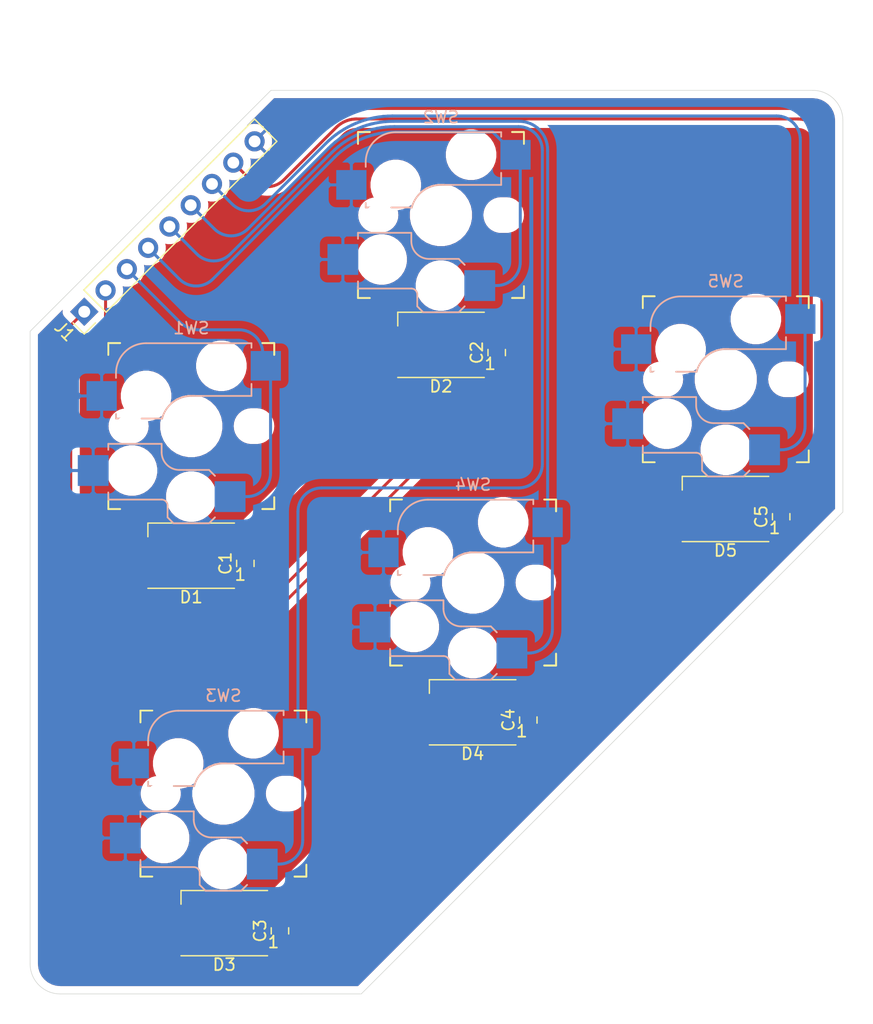
<source format=kicad_pcb>
(kicad_pcb (version 20221018) (generator pcbnew)
  (layers (0 "F.Cu" signal) (31 "B.Cu" signal) (34 "B.Paste" user) (35 "F.Paste" user) (36 "B.SilkS" user "B.Silkscreen") (37 "F.SilkS" user "F.Silkscreen") (38 "B.Mask" user) (39 "F.Mask" user) (44 "Edge.Cuts" user))
  (net 0 "")
  (net 1 "GND")
  (net 2 "+5V")
  (net 3 "Net-(D1-Pad2)")
  (net 4 "LED_IN")
  (net 5 "Net-(D2-Pad2)")
  (net 6 "Net-(D3-Pad2)")
  (net 7 "Net-(D4-Pad2)")
  (net 8 "LED_OUT")
  (net 9 "BTN_CR")
  (net 10 "BTN_A")
  (net 11 "BTN_CD")
  (net 12 "BTN_CU")
  (net 13 "BTN_CL")
  (footprint "Capacitor_SMD:C_0805_2012Metric" (layer "F.Cu") (at 124.841 105.933 90)
    (fp_text reference "C1")
    (fp_text value "C")
  )
  (footprint "Capacitor_SMD:C_0805_2012Metric" (layer "F.Cu") (at 146.05 88.153 90)
    (fp_text reference "C2")
    (fp_text value "C")
  )
  (footprint "Capacitor_SMD:C_0805_2012Metric" (layer "F.Cu") (at 127.762 136.921 90)
    (fp_text reference "C3")
    (fp_text value "C")
  )
  (footprint "Capacitor_SMD:C_0805_2012Metric" (layer "F.Cu") (at 148.717 119.141 90)
    (fp_text reference "C4")
    (fp_text value "C")
  )
  (footprint "Capacitor_SMD:C_0805_2012Metric" (layer "F.Cu") (at 170.053 101.996 90)
    (fp_text reference "C5")
    (fp_text value "C")
  )
  (footprint "LED_SMD:LED_WS2812B_PLCC4_5.0x5.0mm_P3.2mm" (layer "F.Cu") (at 120.269 105.283 180)
    (fp_text reference "D1")
    (fp_text value "WS2812B")
  )
  (footprint "LED_SMD:LED_WS2812B_PLCC4_5.0x5.0mm_P3.2mm" (layer "F.Cu") (at 141.351 87.503 180)
    (fp_text reference "D2")
    (fp_text value "WS2812B")
  )
  (footprint "LED_SMD:LED_WS2812B_PLCC4_5.0x5.0mm_P3.2mm" (layer "F.Cu") (at 123.063 136.271 180)
    (fp_text reference "D3")
    (fp_text value "WS2812B")
  )
  (footprint "LED_SMD:LED_WS2812B_PLCC4_5.0x5.0mm_P3.2mm" (layer "F.Cu") (at 144.018 118.491 180)
    (fp_text reference "D4")
    (fp_text value "WS2812B")
  )
  (footprint "LED_SMD:LED_WS2812B_PLCC4_5.0x5.0mm_P3.2mm" (layer "F.Cu") (at 165.354 101.346 180)
    (fp_text reference "D5")
    (fp_text value "WS2812B")
  )
  (footprint "Connector_PinHeader_2.54mm:PinHeader_1x09_P2.54mm_Vertical" (layer "F.Cu") (at 111.252 84.709 135)
    (fp_text reference "J1")
    (fp_text value "Conn_01x09")
  )
  (footprint "mx+choc_socket:MX+Choc_socket" (layer "F.Cu") (at 122.817999 89.27)
    (fp_text reference "SW1")
    (fp_text value "SW_Push")
  )
  (footprint "mx+choc_socket:MX+Choc_socket" (layer "F.Cu") (at 143.885999 71.473)
    (fp_text reference "SW2")
    (fp_text value "SW_Push")
  )
  (footprint "mx+choc_socket:MX+Choc_socket" (layer "F.Cu") (at 125.529999 120.263)
    (fp_text reference "SW3")
    (fp_text value "SW_Push")
  )
  (footprint "mx+choc_socket:MX+Choc_socket" (layer "F.Cu") (at 146.597999 102.466)
    (fp_text reference "SW4")
    (fp_text value "SW_Push")
  )
  (footprint "mx+choc_socket:MX+Choc_socket" (layer "F.Cu") (at 167.916999 85.324)
    (fp_text reference "SW5")
    (fp_text value "SW_Push")
  )
  (gr_line (start 172.72 66.04) (end 127 66.04) (stroke (width 0.05)) (layer "Edge.Cuts"))
  (gr_line (start 127 66.04) (end 106.68 86.36) (stroke (width 0.05)) (layer "Edge.Cuts"))
  (gr_line (start 134.62 142.24) (end 175.26 101.6) (stroke (width 0.05)) (layer "Edge.Cuts"))
  (gr_line (start 109.22 142.24) (end 129.54 142.24) (stroke (width 0.05)) (layer "Edge.Cuts"))
  (gr_line (start 175.26 101.6) (end 175.26 68.58) (stroke (width 0.05)) (layer "Edge.Cuts"))
  (gr_arc (start 109.22 142.24) (mid 107.423949 141.496051) (end 106.68 139.7) (stroke (width 0.05)) (layer "Edge.Cuts"))
  (gr_line (start 106.68 86.36) (end 106.68 139.7) (stroke (width 0.05)) (layer "Edge.Cuts"))
  (gr_arc (start 172.72 66.04) (mid 174.516051 66.783949) (end 175.26 68.58) (stroke (width 0.05)) (layer "Edge.Cuts"))
  (gr_line (start 129.54 142.24) (end 134.62 142.24) (stroke (width 0.05)) (layer "Edge.Cuts"))
  (segment (start 145.9929 128.671142) (end 145.919998 128.764557) (width 0.25) (layer "F.Cu") (net 2))
  (segment (start 121.987786 110.16302) (end 121.83014 110.279939) (width 0.25) (layer "F.Cu") (net 2))
  (segment (start 124.62414 140.251939) (end 124.455793 140.352842) (width 0.25) (layer "F.Cu") (net 2))
  (segment (start 146.326874 128.046321) (end 146.284228 128.156877) (width 0.25) (layer "F.Cu") (net 2))
  (segment (start 125.276842 139.531793) (end 125.175939 139.70014) (width 0.25) (layer "F.Cu") (net 2))
  (segment (start 143.457525 92.406153) (end 143.394131 92.506264) (width 0.25) (layer "F.Cu") (net 2))
  (segment (start 122.719 106.883) (end 124.841 106.883) (width 0.25) (layer "F.Cu") (net 2))
  (segment (start 123.19 140.589) (end 110.966 140.589) (width 0.25) (layer "F.Cu") (net 2))
  (segment (start 143.789374 91.401634) (end 143.774869 91.519238) (width 0.25) (layer "F.Cu") (net 2))
  (segment (start 108.977624 87.758365) (end 108.968907 87.87654) (width 0.25) (layer "F.Cu") (net 2))
  (segment (start 122.68057 109.00718) (end 122.63288 109.197569) (width 0.25) (layer "F.Cu") (net 2))
  (segment (start 125.513 138.589) (end 125.513 137.871) (width 0.25) (layer "F.Cu") (net 2))
  (segment (start 122.719 108.617) (end 122.709369 108.813034) (width 0.25) (layer "F.Cu") (net 2))
  (segment (start 167.804 105.897) (end 167.801091 106.015459) (width 0.25) (layer "F.Cu") (net 2))
  (segment (start 143.1756 92.786285) (end 143.093893 92.872106) (width 0.25) (layer "F.Cu") (net 2))
  (segment (start 122.133213 110.031213) (end 121.987786 110.16302) (width 0.25) (layer "F.Cu") (net 2))
  (segment (start 109.854859 140.251939) (end 109.697213 140.13502) (width 0.25) (layer "F.Cu") (net 2))
  (segment (start 110.023206 140.352842) (end 109.854859 140.251939) (width 0.25) (layer "F.Cu") (net 2))
  (segment (start 125.381208 110.385209) (end 125.487051 110.331932) (width 0.25) (layer "F.Cu") (net 2))
  (segment (start 143.801 91.165) (end 143.801 89.103) (width 0.25) (layer "F.Cu") (net 2))
  (segment (start 167.792374 106.133634) (end 167.777869 106.251238) (width 0.25) (layer "F.Cu") (net 2))
  (segment (start 122.26502 109.885786) (end 122.133213 110.031213) (width 0.25) (layer "F.Cu") (net 2))
  (segment (start 134.353153 140.245525) (end 134.453264 140.182131) (width 0.25) (layer "F.Cu") (net 2))
  (segment (start 109.419979 139.857786) (end 109.30306 139.70014) (width 0.25) (layer "F.Cu") (net 2))
  (segment (start 146.494497 128.206499) (end 145.605498 129.095498) (width 0.25) (layer "F.Cu") (net 2))
  (segment (start 122.566759 109.382366) (end 122.482842 109.559793) (width 0.25) (layer "F.Cu") (net 2))
  (segment (start 133.698605 140.516648) (end 133.812808 140.485044) (width 0.25) (layer "F.Cu") (net 2))
  (segment (start 146.061131 128.574262) (end 145.9929 128.671142) (width 0.25) (layer "F.Cu") (net 2))
  (segment (start 109.052119 139.169569) (end 109.004429 138.97918) (width 0.25) (layer "F.Cu") (net 2))
  (segment (start 143.515932 92.303051) (end 143.457525 92.406153) (width 0.25) (layer "F.Cu") (net 2))
  (segment (start 124.349 110.617) (end 120.523 110.617) (width 0.25) (layer "F.Cu") (net 2))
  (segment (start 146.395648 127.819603) (end 146.364044 127.933806) (width 0.25) (layer "F.Cu") (net 2))
  (segment (start 122.719 108.617) (end 122.719 106.883) (width 0.25) (layer "F.Cu") (net 2))
  (segment (start 109.441098 86.556854) (end 109.372867 86.653734) (width 0.25) (layer "F.Cu") (net 2))
  (segment (start 109.251066 86.856947) (end 109.197789 86.96279) (width 0.25) (layer "F.Cu") (net 2))
  (segment (start 120.719 110.617) (end 120.523 110.617) (width 0.25) (layer "F.Cu") (net 2))
  (segment (start 123.709034 140.579369) (end 123.513 140.589) (width 0.25) (layer "F.Cu") (net 2))
  (segment (start 109.372867 86.653734) (end 109.309472 86.753845) (width 0.25) (layer "F.Cu") (net 2))
  (segment (start 143.394131 92.506264) (end 143.3259 92.603144) (width 0.25) (layer "F.Cu") (net 2))
  (segment (start 143.728648 91.751605) (end 143.697044 91.865808) (width 0.25) (layer "F.Cu") (net 2))
  (segment (start 143.801 89.103) (end 143.942 89.103) (width 0.25) (layer "F.Cu") (net 2))
  (segment (start 124.278366 140.436759) (end 124.093569 140.50288) (width 0.25) (layer "F.Cu") (net 2))
  (segment (start 109.004429 138.97918) (end 108.97563 138.785034) (width 0.25) (layer "F.Cu") (net 2))
  (segment (start 145.919998 128.764557) (end 145.8426 128.854283) (width 0.25) (layer "F.Cu") (net 2))
  (segment (start 109.30306 139.70014) (end 109.202157 139.531793) (width 0.25) (layer "F.Cu") (net 2))
  (segment (start 109.107124 87.181675) (end 109.069954 87.29419) (width 0.25) (layer "F.Cu") (net 2))
  (segment (start 133.112 140.589) (end 124.46 140.589) (width 0.25) (layer "F.Cu") (net 2))
  (segment (start 133.230459 140.586091) (end 133.348634 140.577374) (width 0.25) (layer "F.Cu") (net 2))
  (segment (start 133.348634 140.577374) (end 133.466238 140.562869) (width 0.25) (layer "F.Cu") (net 2))
  (segment (start 167.757611 106.367989) (end 167.731648 106.483605) (width 0.25) (layer "F.Cu") (net 2))
  (segment (start 122.709369 108.813034) (end 122.68057 109.00718) (width 0.25) (layer "F.Cu") (net 2))
  (segment (start 125.503369 138.785034) (end 125.47457 138.97918) (width 0.25) (layer "F.Cu") (net 2))
  (segment (start 109.11824 139.354366) (end 109.052119 139.169569) (width 0.25) (layer "F.Cu") (net 2))
  (segment (start 143.754611 91.635989) (end 143.728648 91.751605) (width 0.25) (layer "F.Cu") (net 2))
  (segment (start 167.397131 107.238264) (end 167.3289 107.335144) (width 0.25) (layer "F.Cu") (net 2))
  (segment (start 124.093569 140.50288) (end 123.90318 140.55057) (width 0.25) (layer "F.Cu") (net 2))
  (segment (start 126.056106 109.909893) (end 143.093893 92.872106) (width 0.25) (layer "F.Cu") (net 2))
  (segment (start 125.880559 110.068998) (end 125.970285 109.9916) (width 0.25) (layer "F.Cu") (net 2))
  (segment (start 125.42688 139.169569) (end 125.360759 139.354366) (width 0.25) (layer "F.Cu") (net 2))
  (segment (start 124.935605 110.544648) (end 125.049808 110.513044) (width 0.25) (layer "F.Cu") (net 2))
  (segment (start 143.252998 92.696559) (end 143.1756 92.786285) (width 0.25) (layer "F.Cu") (net 2))
  (segment (start 109.673106 86.287893) (end 111.252 84.709) (width 0.25) (layer "F.Cu") (net 2))
  (segment (start 125.272879 110.433228) (end 125.381208 110.385209) (width 0.25) (layer "F.Cu") (net 2))
  (segment (start 109.14977 87.07112) (end 109.107124 87.181675) (width 0.25) (layer "F.Cu") (net 2))
  (segment (start 133.466238 140.562869) (end 133.582989 140.542611) (width 0.25) (layer "F.Cu") (net 2))
  (segment (start 109.202157 139.531793) (end 109.11824 139.354366) (width 0.25) (layer "F.Cu") (net 2))
  (segment (start 125.513 138.589) (end 125.503369 138.785034) (width 0.25) (layer "F.Cu") (net 2))
  (segment (start 124.455793 140.352842) (end 124.278366 140.436759) (width 0.25) (layer "F.Cu") (net 2))
  (segment (start 109.551786 140.003213) (end 109.419979 139.857786) (width 0.25) (layer "F.Cu") (net 2))
  (segment (start 122.482842 109.559793) (end 122.381939 109.72814) (width 0.25) (layer "F.Cu") (net 2))
  (segment (start 108.966 87.995) (end 108.966 110.617) (width 0.25) (layer "F.Cu") (net 2))
  (segment (start 109.697213 140.13502) (end 109.551786 140.003213) (width 0.25) (layer "F.Cu") (net 2))
  (segment (start 146.468 127.232998) (end 146.465091 127.351457) (width 0.25) (layer "F.Cu") (net 2))
  (segment (start 108.97563 138.785034) (end 108.966 138.589) (width 0.25) (layer "F.Cu") (net 2))
  (segment (start 134.035879 140.405228) (end 134.144208 140.357209) (width 0.25) (layer "F.Cu") (net 2))
  (segment (start 125.513 137.871) (end 127.762 137.871) (width 0.25) (layer "F.Cu") (net 2))
  (segment (start 134.250051 140.303932) (end 134.353153 140.245525) (width 0.25) (layer "F.Cu") (net 2))
  (segment (start 146.364044 127.933806) (end 146.326874 128.046321) (width 0.25) (layer "F.Cu") (net 2))
  (segment (start 143.774869 91.519238) (end 143.754611 91.635989) (width 0.25) (layer "F.Cu") (net 2))
  (segment (start 124.703238 110.590869) (end 124.819989 110.570611) (width 0.25) (layer "F.Cu") (net 2))
  (segment (start 125.970285 109.9916) (end 126.056106 109.909893) (width 0.25) (layer "F.Cu") (net 2))
  (segment (start 134.453264 140.182131) (end 134.550144 140.1139) (width 0.25) (layer "F.Cu") (net 2))
  (segment (start 110.575819 140.55057) (end 110.38543 140.50288) (width 0.25) (layer "F.Cu") (net 2))
  (segment (start 167.777869 106.251238) (end 167.757611 106.367989) (width 0.25) (layer "F.Cu") (net 2))
  (segment (start 125.47457 138.97918) (end 125.42688 139.169569) (width 0.25) (layer "F.Cu") (net 2))
  (segment (start 134.643559 140.040998) (end 134.733285 139.9636) (width 0.25) (layer "F.Cu") (net 2))
  (segment (start 167.1786 107.518285) (end 167.096893 107.604106) (width 0.25) (layer "F.Cu") (net 2))
  (segment (start 133.112 140.589) (end 133.230459 140.586091) (width 0.25) (layer "F.Cu") (net 2))
  (segment (start 133.582989 140.542611) (end 133.698605 140.516648) (width 0.25) (layer "F.Cu") (net 2))
  (segment (start 110.769965 140.579369) (end 110.575819 140.55057) (width 0.25) (layer "F.Cu") (net 2))
  (segment (start 124.46 140.589) (end 123.19 140.589) (width 0.25) (layer "F.Cu") (net 2))
  (segment (start 134.550144 140.1139) (end 134.643559 140.040998) (width 0.25) (layer "F.Cu") (net 2))
  (segment (start 145.605498 129.095498) (end 134.819106 139.881893) (width 0.25) (layer "F.Cu") (net 2))
  (segment (start 124.781786 140.13502) (end 124.62414 140.251939) (width 0.25) (layer "F.Cu") (net 2))
  (segment (start 167.662874 106.710323) (end 167.620228 106.820879) (width 0.25) (layer "F.Cu") (net 2))
  (segment (start 110.200633 140.436759) (end 110.023206 140.352842) (width 0.25) (layer "F.Cu") (net 2))
  (segment (start 121.661793 110.380842) (end 121.484366 110.464759) (width 0.25) (layer "F.Cu") (net 2))
  (segment (start 125.049808 110.513044) (end 125.162323 110.475874) (width 0.25) (layer "F.Cu") (net 2))
  (segment (start 143.617228 92.088879) (end 143.569209 92.197208) (width 0.25) (layer "F.Cu") (net 2))
  (segment (start 146.236209 128.265206) (end 146.182932 128.371049) (width 0.25) (layer "F.Cu") (net 2))
  (segment (start 124.349 110.617) (end 124.467459 110.614091) (width 0.25) (layer "F.Cu") (net 2))
  (segment (start 125.690264 110.210131) (end 125.787144 110.1419) (width 0.25) (layer "F.Cu") (net 2))
  (segment (start 109.03835 87.408393) (end 109.012387 87.52401) (width 0.25) (layer "F.Cu") (net 2))
  (segment (start 109.069954 87.29419) (end 109.03835 87.408393) (width 0.25) (layer "F.Cu") (net 2))
  (segment (start 146.284228 128.156877) (end 146.236209 128.265206) (width 0.25) (layer "F.Cu") (net 2))
  (segment (start 167.518932 107.035051) (end 167.460525 107.138153) (width 0.25) (layer "F.Cu") (net 2))
  (segment (start 121.10918 110.57857) (end 120.915034 110.607369) (width 0.25) (layer "F.Cu") (net 2))
  (segment (start 146.465091 127.351457) (end 146.456374 127.469632) (width 0.25) (layer "F.Cu") (net 2))
  (segment (start 133.925323 140.447874) (end 134.035879 140.405228) (width 0.25) (layer "F.Cu") (net 2))
  (segment (start 125.590153 110.273525) (end 125.690264 110.210131) (width 0.25) (layer "F.Cu") (net 2))
  (segment (start 167.460525 107.138153) (end 167.397131 107.238264) (width 0.25) (layer "F.Cu") (net 2))
  (segment (start 143.798091 91.283459) (end 143.789374 91.401634) (width 0.25) (layer "F.Cu") (net 2))
  (segment (start 167.804 102.946) (end 170.053 102.946) (width 0.25) (layer "F.Cu") (net 2))
  (segment (start 146.468 120.091) (end 148.717 120.091) (width 0.25) (layer "F.Cu") (net 2))
  (segment (start 167.700044 106.597808) (end 167.662874 106.710323) (width 0.25) (layer "F.Cu") (net 2))
  (segment (start 125.360759 139.354366) (end 125.276842 139.531793) (width 0.25) (layer "F.Cu") (net 2))
  (segment (start 124.585634 110.605374) (end 124.703238 110.590869) (width 0.25) (layer "F.Cu") (net 2))
  (segment (start 124.819989 110.570611) (end 124.935605 110.544648) (width 0.25) (layer "F.Cu") (net 2))
  (segment (start 109.012387 87.52401) (end 108.992129 87.640761) (width 0.25) (layer "F.Cu") (net 2))
  (segment (start 167.572209 106.929208) (end 167.518932 107.035051) (width 0.25) (layer "F.Cu") (net 2))
  (segment (start 167.096893 107.604106) (end 146.494497 128.206499) (width 0.25) (layer "F.Cu") (net 2))
  (segment (start 143.569209 92.197208) (end 143.515932 92.303051) (width 0.25) (layer "F.Cu") (net 2))
  (segment (start 109.309472 86.753845) (end 109.251066 86.856947) (width 0.25) (layer "F.Cu") (net 2))
  (segment (start 124.927213 140.003213) (end 124.781786 140.13502) (width 0.25) (layer "F.Cu") (net 2))
  (segment (start 145.8426 128.854283) (end 145.760893 128.940104) (width 0.25) (layer "F.Cu") (net 2))
  (segment (start 125.487051 110.331932) (end 125.590153 110.273525) (width 0.25) (layer "F.Cu") (net 2))
  (segment (start 143.697044 91.865808) (end 143.659874 91.978323) (width 0.25) (layer "F.Cu") (net 2))
  (segment (start 108.992129 87.640761) (end 108.977624 87.758365) (width 0.25) (layer "F.Cu") (net 2))
  (segment (start 133.812808 140.485044) (end 133.925323 140.447874) (width 0.25) (layer "F.Cu") (net 2))
  (segment (start 123.513 140.589) (end 123.19 140.589) (width 0.25) (layer "F.Cu") (net 2))
  (segment (start 167.804 102.946) (end 167.804 105.897) (width 0.25) (layer "F.Cu") (net 2))
  (segment (start 125.162323 110.475874) (end 125.272879 110.433228) (width 0.25) (layer "F.Cu") (net 2))
  (segment (start 125.05902 139.857786) (end 124.927213 140.003213) (width 0.25) (layer "F.Cu") (net 2))
  (segment (start 110.38543 140.50288) (end 110.200633 140.436759) (width 0.25) (layer "F.Cu") (net 2))
  (segment (start 167.731648 106.483605) (end 167.700044 106.597808) (width 0.25) (layer "F.Cu") (net 2))
  (segment (start 145.760893 128.940104) (end 145.605498 129.095498) (width 0.25) (layer "F.Cu") (net 2))
  (segment (start 143.659874 91.978323) (end 143.617228 92.088879) (width 0.25) (layer "F.Cu") (net 2))
  (segment (start 109.197789 86.96279) (end 109.14977 87.07112) (width 0.25) (layer "F.Cu") (net 2))
  (segment (start 109.591398 86.373712) (end 109.514 86.463438) (width 0.25) (layer "F.Cu") (net 2))
  (segment (start 109.673106 86.287893) (end 109.591398 86.373712) (width 0.25) (layer "F.Cu") (net 2))
  (segment (start 167.620228 106.820879) (end 167.572209 106.929208) (width 0.25) (layer "F.Cu") (net 2))
  (segment (start 167.255998 107.428559) (end 167.1786 107.518285) (width 0.25) (layer "F.Cu") (net 2))
  (segment (start 146.421611 127.703987) (end 146.395648 127.819603) (width 0.25) (layer "F.Cu") (net 2))
  (segment (start 108.966 138.589) (end 108.966 110.617) (width 0.25) (layer "F.Cu") (net 2))
  (segment (start 109.514 86.463438) (end 109.441098 86.556854) (width 0.25) (layer "F.Cu") (net 2))
  (segment (start 143.3259 92.603144) (end 143.252998 92.696559) (width 0.25) (layer "F.Cu") (net 2))
  (segment (start 121.484366 110.464759) (end 121.299569 110.53088) (width 0.25) (layer "F.Cu") (net 2))
  (segment (start 146.182932 128.371049) (end 146.124525 128.474151) (width 0.25) (layer "F.Cu") (net 2))
  (segment (start 121.83014 110.279939) (end 121.661793 110.380842) (width 0.25) (layer "F.Cu") (net 2))
  (segment (start 167.801091 106.015459) (end 167.792374 106.133634) (width 0.25) (layer "F.Cu") (net 2))
  (segment (start 146.456374 127.469632) (end 146.441869 127.587236) (width 0.25) (layer "F.Cu") (net 2))
  (segment (start 146.441869 127.587236) (end 146.421611 127.703987) (width 0.25) (layer "F.Cu") (net 2))
  (segment (start 146.468 127.232998) (end 146.468 120.091) (width 0.25) (layer "F.Cu") (net 2))
  (segment (start 123.90318 140.55057) (end 123.709034 140.579369) (width 0.25) (layer "F.Cu") (net 2))
  (segment (start 110.966 140.589) (end 110.769965 140.579369) (width 0.25) (layer "F.Cu") (net 2))
  (segment (start 125.787144 110.1419) (end 125.880559 110.068998) (width 0.25) (layer "F.Cu") (net 2))
  (segment (start 146.124525 128.474151) (end 146.061131 128.574262) (width 0.25) (layer "F.Cu") (net 2))
  (segment (start 143.942 89.103) (end 146.05 89.103) (width 0.25) (layer "F.Cu") (net 2))
  (segment (start 120.915034 110.607369) (end 120.719 110.617) (width 0.25) (layer "F.Cu") (net 2))
  (segment (start 167.3289 107.335144) (end 167.255998 107.428559) (width 0.25) (layer "F.Cu") (net 2))
  (segment (start 121.299569 110.53088) (end 121.10918 110.57857) (width 0.25) (layer "F.Cu") (net 2))
  (segment (start 134.144208 140.357209) (end 134.250051 140.303932) (width 0.25) (layer "F.Cu") (net 2))
  (segment (start 143.801 91.165) (end 143.798091 91.283459) (width 0.25) (layer "F.Cu") (net 2))
  (segment (start 122.63288 109.197569) (end 122.566759 109.382366) (width 0.25) (layer "F.Cu") (net 2))
  (segment (start 125.175939 139.70014) (end 125.05902 139.857786) (width 0.25) (layer "F.Cu") (net 2))
  (segment (start 124.467459 110.614091) (end 124.585634 110.605374) (width 0.25) (layer "F.Cu") (net 2))
  (segment (start 108.968907 87.87654) (end 108.966 87.995) (width 0.25) (layer "F.Cu") (net 2))
  (segment (start 122.381939 109.72814) (end 122.26502 109.885786) (width 0.25) (layer "F.Cu") (net 2))
  (segment (start 134.733285 139.9636) (end 134.819106 139.881893) (width 0.25) (layer "F.Cu") (net 2))
  (segment (start 120.523 110.617) (end 108.966 110.617) (width 0.25) (layer "F.Cu") (net 2))
  (segment (start 122.719 103.683) (end 124.321 103.683) (width 0.25) (layer "F.Cu") (net 3))
  (segment (start 124.321 103.683) (end 138.901 89.103) (width 0.25) (layer "F.Cu") (net 3))
  (segment (start 111.912965 106.873369) (end 112.109 106.883) (width 0.25) (layer "F.Cu") (net 4))
  (segment (start 110.734398 88.278712) (end 110.657 88.368438) (width 0.25) (layer "F.Cu") (net 4))
  (segment (start 113.036425 85.197583) (end 113.02192 85.315187) (width 0.25) (layer "F.Cu") (net 4))
  (segment (start 110.840213 106.42902) (end 110.997859 106.545939) (width 0.25) (layer "F.Cu") (net 4))
  (segment (start 112.422651 86.582234) (end 112.340944 86.668055) (width 0.25) (layer "F.Cu") (net 4))
  (segment (start 110.212954 89.19919) (end 110.18135 89.313393) (width 0.25) (layer "F.Cu") (net 4))
  (segment (start 110.44606 105.99414) (end 110.562979 106.151786) (width 0.25) (layer "F.Cu") (net 4))
  (segment (start 112.500049 86.492508) (end 112.422651 86.582234) (width 0.25) (layer "F.Cu") (net 4))
  (segment (start 110.562979 106.151786) (end 110.694786 106.297213) (width 0.25) (layer "F.Cu") (net 4))
  (segment (start 110.109 104.883) (end 110.11863 105.079034) (width 0.25) (layer "F.Cu") (net 4))
  (segment (start 110.394066 88.761947) (end 110.340789 88.86779) (width 0.25) (layer "F.Cu") (net 4))
  (segment (start 111.718819 106.84457) (end 111.912965 106.873369) (width 0.25) (layer "F.Cu") (net 4))
  (segment (start 112.81626 85.993157) (end 112.762983 86.099) (width 0.25) (layer "F.Cu") (net 4))
  (segment (start 110.11863 105.079034) (end 110.147429 105.27318) (width 0.25) (layer "F.Cu") (net 4))
  (segment (start 110.18135 89.313393) (end 110.155387 89.42901) (width 0.25) (layer "F.Cu") (net 4))
  (segment (start 112.762983 86.099) (end 112.704576 86.202102) (width 0.25) (layer "F.Cu") (net 4))
  (segment (start 110.997859 106.545939) (end 111.166206 106.646842) (width 0.25) (layer "F.Cu") (net 4))
  (segment (start 110.657 88.368438) (end 110.584098 88.461854) (width 0.25) (layer "F.Cu") (net 4))
  (segment (start 110.816106 88.192893) (end 110.734398 88.278712) (width 0.25) (layer "F.Cu") (net 4))
  (segment (start 110.147429 105.27318) (end 110.195119 105.463569) (width 0.25) (layer "F.Cu") (net 4))
  (segment (start 110.109 89.9) (end 110.109 104.883) (width 0.25) (layer "F.Cu") (net 4))
  (segment (start 113.045142 85.079408) (end 113.036425 85.197583) (width 0.25) (layer "F.Cu") (net 4))
  (segment (start 112.572951 86.399093) (end 112.500049 86.492508) (width 0.25) (layer "F.Cu") (net 4))
  (segment (start 112.109 106.883) (end 117.819 106.883) (width 0.25) (layer "F.Cu") (net 4))
  (segment (start 111.166206 106.646842) (end 111.343633 106.730759) (width 0.25) (layer "F.Cu") (net 4))
  (segment (start 110.135129 89.545761) (end 110.120624 89.663365) (width 0.25) (layer "F.Cu") (net 4))
  (segment (start 112.864279 85.884828) (end 112.81626 85.993157) (width 0.25) (layer "F.Cu") (net 4))
  (segment (start 110.120624 89.663365) (end 110.111907 89.78154) (width 0.25) (layer "F.Cu") (net 4))
  (segment (start 110.452472 88.658845) (end 110.394066 88.761947) (width 0.25) (layer "F.Cu") (net 4))
  (segment (start 113.048051 84.960949) (end 113.045142 85.079408) (width 0.25) (layer "F.Cu") (net 4))
  (segment (start 110.26124 105.648366) (end 110.345157 105.825793) (width 0.25) (layer "F.Cu") (net 4))
  (segment (start 110.345157 105.825793) (end 110.44606 105.99414) (width 0.25) (layer "F.Cu") (net 4))
  (segment (start 113.048051 84.960949) (end 113.048051 82.912949) (width 0.25) (layer "F.Cu") (net 4))
  (segment (start 112.340944 86.668055) (end 110.816106 88.192893) (width 0.25) (layer "F.Cu") (net 4))
  (segment (start 110.584098 88.461854) (end 110.515867 88.558734) (width 0.25) (layer "F.Cu") (net 4))
  (segment (start 110.29277 88.97612) (end 110.250124 89.086675) (width 0.25) (layer "F.Cu") (net 4))
  (segment (start 110.340789 88.86779) (end 110.29277 88.97612) (width 0.25) (layer "F.Cu") (net 4))
  (segment (start 110.250124 89.086675) (end 110.212954 89.19919) (width 0.25) (layer "F.Cu") (net 4))
  (segment (start 113.001662 85.431938) (end 112.975699 85.547554) (width 0.25) (layer "F.Cu") (net 4))
  (segment (start 110.155387 89.42901) (end 110.135129 89.545761) (width 0.25) (layer "F.Cu") (net 4))
  (segment (start 112.641182 86.302213) (end 112.572951 86.399093) (width 0.25) (layer "F.Cu") (net 4))
  (segment (start 111.343633 106.730759) (end 111.52843 106.79688) (width 0.25) (layer "F.Cu") (net 4))
  (segment (start 112.975699 85.547554) (end 112.944095 85.661757) (width 0.25) (layer "F.Cu") (net 4))
  (segment (start 110.694786 106.297213) (end 110.840213 106.42902) (width 0.25) (layer "F.Cu") (net 4))
  (segment (start 112.704576 86.202102) (end 112.641182 86.302213) (width 0.25) (layer "F.Cu") (net 4))
  (segment (start 112.944095 85.661757) (end 112.906925 85.774272) (width 0.25) (layer "F.Cu") (net 4))
  (segment (start 110.195119 105.463569) (end 110.26124 105.648366) (width 0.25) (layer "F.Cu") (net 4))
  (segment (start 110.111907 89.78154) (end 110.109 89.9) (width 0.25) (layer "F.Cu") (net 4))
  (segment (start 113.02192 85.315187) (end 113.001662 85.431938) (width 0.25) (layer "F.Cu") (net 4))
  (segment (start 112.906925 85.774272) (end 112.864279 85.884828) (width 0.25) (layer "F.Cu") (net 4))
  (segment (start 110.515867 88.558734) (end 110.452472 88.658845) (width 0.25) (layer "F.Cu") (net 4))
  (segment (start 111.52843 106.79688) (end 111.718819 106.84457) (width 0.25) (layer "F.Cu") (net 4))
  (segment (start 111.488157 114.976206) (end 111.40424 115.153633) (width 0.25) (layer "F.Cu") (net 5))
  (segment (start 111.837786 137.285213) (end 111.983213 137.41702) (width 0.25) (layer "F.Cu") (net 5))
  (segment (start 146.8959 90.430143) (end 146.964131 90.333263) (width 0.25) (layer "F.Cu") (net 5))
  (segment (start 113.055965 137.861369) (end 113.252 137.871) (width 0.25) (layer "F.Cu") (net 5))
  (segment (start 147.267044 89.692807) (end 147.298648 89.578604) (width 0.25) (layer "F.Cu") (net 5))
  (segment (start 147.298648 89.578604) (end 147.324611 89.462988) (width 0.25) (layer "F.Cu") (net 5))
  (segment (start 123.785265 113.512131) (end 123.882145 113.4439) (width 0.25) (layer "F.Cu") (net 5))
  (segment (start 111.338119 115.33843) (end 111.290429 115.528819) (width 0.25) (layer "F.Cu") (net 5))
  (segment (start 146.753683 85.97912) (end 146.842396 86.021078) (width 0.25) (layer "F.Cu") (net 5))
  (segment (start 147.229874 89.805322) (end 147.267044 89.692807) (width 0.25) (layer "F.Cu") (net 5))
  (segment (start 111.983213 137.41702) (end 112.140859 137.533939) (width 0.25) (layer "F.Cu") (net 5))
  (segment (start 112.486633 114.07124) (end 112.309206 114.155157) (width 0.25) (layer "F.Cu") (net 5))
  (segment (start 147.324611 89.462988) (end 147.344869 89.346237) (width 0.25) (layer "F.Cu") (net 5))
  (segment (start 122.680635 113.907374) (end 122.798239 113.892869) (width 0.25) (layer "F.Cu") (net 5))
  (segment (start 147.14401 86.268606) (end 147.202469 86.347429) (width 0.25) (layer "F.Cu") (net 5))
  (segment (start 147.366184 86.804982) (end 147.371 86.903) (width 0.25) (layer "F.Cu") (net 5))
  (segment (start 147.005393 86.129989) (end 147.078106 86.195893) (width 0.25) (layer "F.Cu") (net 5))
  (segment (start 123.97556 113.370998) (end 124.065286 113.2936) (width 0.25) (layer "F.Cu") (net 5))
  (segment (start 147.078106 86.195893) (end 147.14401 86.268606) (width 0.25) (layer "F.Cu") (net 5))
  (segment (start 111.252 115.919) (end 111.252 135.871) (width 0.25) (layer "F.Cu") (net 5))
  (segment (start 146.469017 85.907815) (end 146.56609 85.922214) (width 0.25) (layer "F.Cu") (net 5))
  (segment (start 111.705979 114.650213) (end 111.58906 114.807859) (width 0.25) (layer "F.Cu") (net 5))
  (segment (start 123.476209 113.687209) (end 123.582052 113.633932) (width 0.25) (layer "F.Cu") (net 5))
  (segment (start 123.36788 113.735228) (end 123.476209 113.687209) (width 0.25) (layer "F.Cu") (net 5))
  (segment (start 147.252921 86.431603) (end 147.294879 86.520316) (width 0.25) (layer "F.Cu") (net 5))
  (segment (start 146.822998 90.523559) (end 146.8959 90.430143) (width 0.25) (layer "F.Cu") (net 5))
  (segment (start 122.56246 113.916091) (end 122.680635 113.907374) (width 0.25) (layer "F.Cu") (net 5))
  (segment (start 147.359374 89.228633) (end 147.368091 89.110458) (width 0.25) (layer "F.Cu") (net 5))
  (segment (start 147.202469 86.347429) (end 147.252921 86.431603) (width 0.25) (layer "F.Cu") (net 5))
  (segment (start 113.252 137.871) (end 120.613 137.871) (width 0.25) (layer "F.Cu") (net 5))
  (segment (start 111.26163 115.722965) (end 111.252 115.919) (width 0.25) (layer "F.Cu") (net 5))
  (segment (start 147.294879 86.520316) (end 147.32794 86.612715) (width 0.25) (layer "F.Cu") (net 5))
  (segment (start 147.344869 89.346237) (end 147.359374 89.228633) (width 0.25) (layer "F.Cu") (net 5))
  (segment (start 111.290429 115.528819) (end 111.26163 115.722965) (width 0.25) (layer "F.Cu") (net 5))
  (segment (start 111.40424 115.153633) (end 111.338119 115.33843) (width 0.25) (layer "F.Cu") (net 5))
  (segment (start 147.139209 90.024207) (end 147.187228 89.915878) (width 0.25) (layer "F.Cu") (net 5))
  (segment (start 146.371 85.903) (end 146.469017 85.907815) (width 0.25) (layer "F.Cu") (net 5))
  (segment (start 112.67143 114.005119) (end 112.486633 114.07124) (width 0.25) (layer "F.Cu") (net 5))
  (segment (start 146.371 85.903) (end 143.801 85.903) (width 0.25) (layer "F.Cu") (net 5))
  (segment (start 146.842396 86.021078) (end 146.92657 86.07153) (width 0.25) (layer "F.Cu") (net 5))
  (segment (start 123.882145 113.4439) (end 123.97556 113.370998) (width 0.25) (layer "F.Cu") (net 5))
  (segment (start 123.582052 113.633932) (end 123.685154 113.575525) (width 0.25) (layer "F.Cu") (net 5))
  (segment (start 122.444001 113.919) (end 122.56246 113.916091) (width 0.25) (layer "F.Cu") (net 5))
  (segment (start 123.685154 113.575525) (end 123.785265 113.512131) (width 0.25) (layer "F.Cu") (net 5))
  (segment (start 147.351785 86.707909) (end 147.366184 86.804982) (width 0.25) (layer "F.Cu") (net 5))
  (segment (start 146.92657 86.07153) (end 147.005393 86.129989) (width 0.25) (layer "F.Cu") (net 5))
  (segment (start 111.58906 114.807859) (end 111.488157 114.976206) (width 0.25) (layer "F.Cu") (net 5))
  (segment (start 147.32794 86.612715) (end 147.351785 86.707909) (width 0.25) (layer "F.Cu") (net 5))
  (segment (start 111.338119 136.451569) (end 111.40424 136.636366) (width 0.25) (layer "F.Cu") (net 5))
  (segment (start 113.252 113.919) (end 113.055965 113.92863) (width 0.25) (layer "F.Cu") (net 5))
  (segment (start 111.488157 136.813793) (end 111.58906 136.98214) (width 0.25) (layer "F.Cu") (net 5))
  (segment (start 111.705979 137.139786) (end 111.837786 137.285213) (width 0.25) (layer "F.Cu") (net 5))
  (segment (start 146.7456 90.613284) (end 146.822998 90.523559) (width 0.25) (layer "F.Cu") (net 5))
  (segment (start 111.983213 114.372979) (end 111.837786 114.504786) (width 0.25) (layer "F.Cu") (net 5))
  (segment (start 146.661284 85.946059) (end 146.753683 85.97912) (width 0.25) (layer "F.Cu") (net 5))
  (segment (start 147.027526 90.233152) (end 147.085932 90.13005) (width 0.25) (layer "F.Cu") (net 5))
  (segment (start 122.91499 113.872611) (end 123.030606 113.846648) (width 0.25) (layer "F.Cu") (net 5))
  (segment (start 123.257324 113.777874) (end 123.36788 113.735228) (width 0.25) (layer "F.Cu") (net 5))
  (segment (start 111.290429 136.26118) (end 111.338119 136.451569) (width 0.25) (layer "F.Cu") (net 5))
  (segment (start 123.144809 113.815044) (end 123.257324 113.777874) (width 0.25) (layer "F.Cu") (net 5))
  (segment (start 112.861819 113.957429) (end 112.67143 114.005119) (width 0.25) (layer "F.Cu") (net 5))
  (segment (start 146.663893 90.699105) (end 146.7456 90.613284) (width 0.25) (layer "F.Cu") (net 5))
  (segment (start 111.837786 114.504786) (end 111.705979 114.650213) (width 0.25) (layer "F.Cu") (net 5))
  (segment (start 111.40424 136.636366) (end 111.488157 136.813793) (width 0.25) (layer "F.Cu") (net 5))
  (segment (start 122.444001 113.919) (end 113.252 113.919) (width 0.25) (layer "F.Cu") (net 5))
  (segment (start 147.371 88.991999) (end 147.371 86.903) (width 0.25) (layer "F.Cu") (net 5))
  (segment (start 112.67143 137.78488) (end 112.861819 137.83257) (width 0.25) (layer "F.Cu") (net 5))
  (segment (start 147.187228 89.915878) (end 147.229874 89.805322) (width 0.25) (layer "F.Cu") (net 5))
  (segment (start 112.486633 137.718759) (end 112.67143 137.78488) (width 0.25) (layer "F.Cu") (net 5))
  (segment (start 112.309206 114.155157) (end 112.140859 114.25606) (width 0.25) (layer "F.Cu") (net 5))
  (segment (start 122.798239 113.892869) (end 122.91499 113.872611) (width 0.25) (layer "F.Cu") (net 5))
  (segment (start 111.58906 136.98214) (end 111.705979 137.139786) (width 0.25) (layer "F.Cu") (net 5))
  (segment (start 124.151107 113.211893) (end 146.663893 90.699105) (width 0.25) (layer "F.Cu") (net 5))
  (segment (start 146.964131 90.333263) (end 147.027526 90.233152) (width 0.25) (layer "F.Cu") (net 5))
  (segment (start 113.055965 113.92863) (end 112.861819 113.957429) (width 0.25) (layer "F.Cu") (net 5))
  (segment (start 111.252 135.871) (end 111.26163 136.067034) (width 0.25) (layer "F.Cu") (net 5))
  (segment (start 123.030606 113.846648) (end 123.144809 113.815044) (width 0.25) (layer "F.Cu") (net 5))
  (segment (start 112.140859 114.25606) (end 111.983213 114.372979) (width 0.25) (layer "F.Cu") (net 5))
  (segment (start 112.309206 137.634842) (end 112.486633 137.718759) (width 0.25) (layer "F.Cu") (net 5))
  (segment (start 111.26163 136.067034) (end 111.290429 136.26118) (width 0.25) (layer "F.Cu") (net 5))
  (segment (start 147.085932 90.13005) (end 147.139209 90.024207) (width 0.25) (layer "F.Cu") (net 5))
  (segment (start 112.861819 137.83257) (end 113.055965 137.861369) (width 0.25) (layer "F.Cu") (net 5))
  (segment (start 147.368091 89.110458) (end 147.371 88.991999) (width 0.25) (layer "F.Cu") (net 5))
  (segment (start 146.56609 85.922214) (end 146.661284 85.946059) (width 0.25) (layer "F.Cu") (net 5))
  (segment (start 112.140859 137.533939) (end 112.309206 137.634842) (width 0.25) (layer "F.Cu") (net 5))
  (segment (start 124.065286 113.2936) (end 124.151107 113.211893) (width 0.25) (layer "F.Cu") (net 5))
  (segment (start 127.609285 134.0456) (end 127.51956 134.122998) (width 0.25) (layer "F.Cu") (net 6))
  (segment (start 127.126051 134.385932) (end 127.020208 134.439209) (width 0.25) (layer "F.Cu") (net 6))
  (segment (start 126.342238 134.644869) (end 126.224634 134.659374) (width 0.25) (layer "F.Cu") (net 6))
  (segment (start 127.51956 134.122998) (end 127.426144 134.1959) (width 0.25) (layer "F.Cu") (net 6))
  (segment (start 127.229153 134.327526) (end 127.126051 134.385932) (width 0.25) (layer "F.Cu") (net 6))
  (segment (start 126.801323 134.529874) (end 126.688808 134.567044) (width 0.25) (layer "F.Cu") (net 6))
  (segment (start 126.106459 134.668091) (end 125.988 134.671) (width 0.25) (layer "F.Cu") (net 6))
  (segment (start 127.695106 133.963893) (end 141.568 120.091) (width 0.25) (layer "F.Cu") (net 6))
  (segment (start 127.426144 134.1959) (end 127.329264 134.264131) (width 0.25) (layer "F.Cu") (net 6))
  (segment (start 127.020208 134.439209) (end 126.911879 134.487228) (width 0.25) (layer "F.Cu") (net 6))
  (segment (start 126.911879 134.487228) (end 126.801323 134.529874) (width 0.25) (layer "F.Cu") (net 6))
  (segment (start 127.695106 133.963893) (end 127.609285 134.0456) (width 0.25) (layer "F.Cu") (net 6))
  (segment (start 126.224634 134.659374) (end 126.106459 134.668091) (width 0.25) (layer "F.Cu") (net 6))
  (segment (start 125.988 134.671) (end 125.513 134.671) (width 0.25) (layer "F.Cu") (net 6))
  (segment (start 126.574605 134.598648) (end 126.458989 134.624611) (width 0.25) (layer "F.Cu") (net 6))
  (segment (start 126.688808 134.567044) (end 126.574605 134.598648) (width 0.25) (layer "F.Cu") (net 6))
  (segment (start 127.329264 134.264131) (end 127.229153 134.327526) (width 0.25) (layer "F.Cu") (net 6))
  (segment (start 126.458989 134.624611) (end 126.342238 134.644869) (width 0.25) (layer "F.Cu") (net 6))
  (segment (start 149.300264 116.484131) (end 149.200153 116.547526) (width 0.25) (layer "F.Cu") (net 7))
  (segment (start 147.959 116.891) (end 146.468 116.891) (width 0.25) (layer "F.Cu") (net 7))
  (segment (start 148.659808 116.787044) (end 148.545605 116.818648) (width 0.25) (layer "F.Cu") (net 7))
  (segment (start 149.666106 116.183893) (end 162.904 102.946) (width 0.25) (layer "F.Cu") (net 7))
  (segment (start 148.545605 116.818648) (end 148.429989 116.844611) (width 0.25) (layer "F.Cu") (net 7))
  (segment (start 148.077459 116.888091) (end 147.959 116.891) (width 0.25) (layer "F.Cu") (net 7))
  (segment (start 148.195634 116.879374) (end 148.077459 116.888091) (width 0.25) (layer "F.Cu") (net 7))
  (segment (start 149.200153 116.547526) (end 149.097051 116.605932) (width 0.25) (layer "F.Cu") (net 7))
  (segment (start 149.097051 116.605932) (end 148.991208 116.659209) (width 0.25) (layer "F.Cu") (net 7))
  (segment (start 149.580285 116.2656) (end 149.49056 116.342998) (width 0.25) (layer "F.Cu") (net 7))
  (segment (start 149.49056 116.342998) (end 149.397144 116.4159) (width 0.25) (layer "F.Cu") (net 7))
  (segment (start 149.666106 116.183893) (end 149.580285 116.2656) (width 0.25) (layer "F.Cu") (net 7))
  (segment (start 148.882879 116.707228) (end 148.772323 116.749874) (width 0.25) (layer "F.Cu") (net 7))
  (segment (start 148.429989 116.844611) (end 148.313238 116.864869) (width 0.25) (layer "F.Cu") (net 7))
  (segment (start 148.313238 116.864869) (end 148.195634 116.879374) (width 0.25) (layer "F.Cu") (net 7))
  (segment (start 148.772323 116.749874) (end 148.659808 116.787044) (width 0.25) (layer "F.Cu") (net 7))
  (segment (start 149.397144 116.4159) (end 149.300264 116.484131) (width 0.25) (layer "F.Cu") (net 7))
  (segment (start 148.991208 116.659209) (end 148.882879 116.707228) (width 0.25) (layer "F.Cu") (net 7))
  (segment (start 126.681858 74.165713) (end 126.877892 74.156082) (width 0.25) (layer "F.Cu") (net 8))
  (segment (start 173.02802 99.014786) (end 172.896213 99.160213) (width 0.25) (layer "F.Cu") (net 8))
  (segment (start 171.87218 99.70757) (end 171.678034 99.736369) (width 0.25) (layer "F.Cu") (net 8))
  (segment (start 171.482 68.453) (end 171.678034 68.46263) (width 0.25) (layer "F.Cu") (net 8))
  (segment (start 133.636393 68.52535) (end 133.75201 68.499387) (width 0.25) (layer "F.Cu") (net 8))
  (segment (start 173.482 97.746) (end 173.472369 97.942034) (width 0.25) (layer "F.Cu") (net 8))
  (segment (start 173.44357 70.062819) (end 173.472369 70.256965) (width 0.25) (layer "F.Cu") (net 8))
  (segment (start 133.986365 68.464624) (end 134.10454 68.455907) (width 0.25) (layer "F.Cu") (net 8))
  (segment (start 171.87218 68.491429) (end 172.062569 68.539119) (width 0.25) (layer "F.Cu") (net 8))
  (segment (start 132.881734 68.859867) (end 132.981845 68.796472) (width 0.25) (layer "F.Cu") (net 8))
  (segment (start 173.144939 69.341859) (end 173.245842 69.510206) (width 0.25) (layer "F.Cu") (net 8))
  (segment (start 171.482 68.453) (end 134.223 68.453) (width 0.25) (layer "F.Cu") (net 8))
  (segment (start 173.329759 98.511366) (end 173.245842 98.688793) (width 0.25) (layer "F.Cu") (net 8))
  (segment (start 173.329759 69.687633) (end 173.39588 69.87243) (width 0.25) (layer "F.Cu") (net 8))
  (segment (start 173.472369 70.256965) (end 173.482 70.453) (width 0.25) (layer "F.Cu") (net 8))
  (segment (start 172.750786 68.906979) (end 172.896213 69.038786) (width 0.25) (layer "F.Cu") (net 8))
  (segment (start 172.896213 99.160213) (end 172.750786 99.29202) (width 0.25) (layer "F.Cu") (net 8))
  (segment (start 173.245842 69.510206) (end 173.329759 69.687633) (width 0.25) (layer "F.Cu") (net 8))
  (segment (start 133.409675 68.594124) (end 133.52219 68.556954) (width 0.25) (layer "F.Cu") (net 8))
  (segment (start 127.950644 73.711733) (end 128.096072 73.579927) (width 0.25) (layer "F.Cu") (net 8))
  (segment (start 173.482 70.453) (end 173.482 97.746) (width 0.25) (layer "F.Cu") (net 8))
  (segment (start 132.691438 69.001) (end 132.784854 68.928098) (width 0.25) (layer "F.Cu") (net 8))
  (segment (start 172.59314 68.79006) (end 172.750786 68.906979) (width 0.25) (layer "F.Cu") (net 8))
  (segment (start 173.44357 98.13618) (end 173.39588 98.326569) (width 0.25) (layer "F.Cu") (net 8))
  (segment (start 133.084947 68.738066) (end 133.19079 68.684789) (width 0.25) (layer "F.Cu") (net 8))
  (segment (start 132.515893 69.160106) (end 132.601712 69.078398) (width 0.25) (layer "F.Cu") (net 8))
  (segment (start 173.02802 69.184213) (end 173.144939 69.341859) (width 0.25) (layer "F.Cu") (net 8))
  (segment (start 125.267645 73.579927) (end 123.824359 72.136641) (width 0.25) (layer "F.Cu") (net 8))
  (segment (start 127.072038 74.127283) (end 127.262427 74.079593) (width 0.25) (layer "F.Cu") (net 8))
  (segment (start 172.59314 99.408939) (end 172.424793 99.509842) (width 0.25) (layer "F.Cu") (net 8))
  (segment (start 133.29912 68.63677) (end 133.409675 68.594124) (width 0.25) (layer "F.Cu") (net 8))
  (segment (start 125.739064 73.929556) (end 125.916491 74.013472) (width 0.25) (layer "F.Cu") (net 8))
  (segment (start 172.424793 99.509842) (end 172.247366 99.593759) (width 0.25) (layer "F.Cu") (net 8))
  (segment (start 132.981845 68.796472) (end 133.084947 68.738066) (width 0.25) (layer "F.Cu") (net 8))
  (segment (start 127.447224 74.013471) (end 127.624651 73.929555) (width 0.25) (layer "F.Cu") (net 8))
  (segment (start 173.39588 98.326569) (end 173.329759 98.511366) (width 0.25) (layer "F.Cu") (net 8))
  (segment (start 172.896213 69.038786) (end 173.02802 69.184213) (width 0.25) (layer "F.Cu") (net 8))
  (segment (start 171.678034 68.46263) (end 171.87218 68.491429) (width 0.25) (layer "F.Cu") (net 8))
  (segment (start 172.062569 68.539119) (end 172.247366 68.60524) (width 0.25) (layer "F.Cu") (net 8))
  (segment (start 133.19079 68.684789) (end 133.29912 68.63677) (width 0.25) (layer "F.Cu") (net 8))
  (segment (start 125.267645 73.579927) (end 125.413071 73.711734) (width 0.25) (layer "F.Cu") (net 8))
  (segment (start 134.10454 68.455907) (end 134.223 68.453) (width 0.25) (layer "F.Cu") (net 8))
  (segment (start 132.784854 68.928098) (end 132.881734 68.859867) (width 0.25) (layer "F.Cu") (net 8))
  (segment (start 171.678034 99.736369) (end 171.482 99.746) (width 0.25) (layer "F.Cu") (net 8))
  (segment (start 132.515893 69.160106) (end 128.096072 73.579927) (width 0.25) (layer "F.Cu") (net 8))
  (segment (start 126.291677 74.127283) (end 126.485823 74.156082) (width 0.25) (layer "F.Cu") (net 8))
  (segment (start 133.52219 68.556954) (end 133.636393 68.52535) (width 0.25) (layer "F.Cu") (net 8))
  (segment (start 132.601712 69.078398) (end 132.691438 69.001) (width 0.25) (layer "F.Cu") (net 8))
  (segment (start 172.750786 99.29202) (end 172.59314 99.408939) (width 0.25) (layer "F.Cu") (net 8))
  (segment (start 173.39588 69.87243) (end 173.44357 70.062819) (width 0.25) (layer "F.Cu") (net 8))
  (segment (start 173.144939 98.85714) (end 173.02802 99.014786) (width 0.25) (layer "F.Cu") (net 8))
  (segment (start 172.247366 68.60524) (end 172.424793 68.689157) (width 0.25) (layer "F.Cu") (net 8))
  (segment (start 171.482 99.746) (end 167.804 99.746) (width 0.25) (layer "F.Cu") (net 8))
  (segment (start 125.916491 74.013472) (end 126.101288 74.079594) (width 0.25) (layer "F.Cu") (net 8))
  (segment (start 127.624651 73.929555) (end 127.792998 73.828651) (width 0.25) (layer "F.Cu") (net 8))
  (segment (start 172.062569 99.65988) (end 171.87218 99.70757) (width 0.25) (layer "F.Cu") (net 8))
  (segment (start 127.262427 74.079593) (end 127.447224 74.013471) (width 0.25) (layer "F.Cu") (net 8))
  (segment (start 125.413071 73.711734) (end 125.570717 73.828653) (width 0.25) (layer "F.Cu") (net 8))
  (segment (start 133.75201 68.499387) (end 133.868761 68.479129) (width 0.25) (layer "F.Cu") (net 8))
  (segment (start 126.877892 74.156082) (end 127.072038 74.127283) (width 0.25) (layer "F.Cu") (net 8))
  (segment (start 173.245842 98.688793) (end 173.144939 98.85714) (width 0.25) (layer "F.Cu") (net 8))
  (segment (start 173.472369 97.942034) (end 173.44357 98.13618) (width 0.25) (layer "F.Cu") (net 8))
  (segment (start 125.570717 73.828653) (end 125.739064 73.929556) (width 0.25) (layer "F.Cu") (net 8))
  (segment (start 172.424793 68.689157) (end 172.59314 68.79006) (width 0.25) (layer "F.Cu") (net 8))
  (segment (start 172.247366 99.593759) (end 172.062569 99.65988) (width 0.25) (layer "F.Cu") (net 8))
  (segment (start 133.868761 68.479129) (end 133.986365 68.464624) (width 0.25) (layer "F.Cu") (net 8))
  (segment (start 126.485823 74.156082) (end 126.681858 74.165713) (width 0.25) (layer "F.Cu") (net 8))
  (segment (start 126.101288 74.079594) (end 126.291677 74.127283) (width 0.25) (layer "F.Cu") (net 8))
  (segment (start 127.792998 73.828651) (end 127.950644 73.711733) (width 0.25) (layer "F.Cu") (net 8))
  (segment (start 172.029399 94.74418) (end 171.981709 94.934569) (width 0.25) (layer "B.Cu") (net 9))
  (segment (start 134.563203 68.664712) (end 134.19837 68.805444) (width 0.25) (layer "B.Cu") (net 9))
  (segment (start 171.336615 95.90002) (end 171.178969 96.016939) (width 0.25) (layer "B.Cu") (net 9))
  (segment (start 137.247173 68.199) (end 136.856255 68.208596) (width 0.25) (layer "B.Cu") (net 9))
  (segment (start 133.840881 68.963907) (end 133.491599 69.139721) (width 0.25) (layer "B.Cu") (net 9))
  (segment (start 124.178099 75.960693) (end 124.355525 76.04461) (width 0.25) (layer "B.Cu") (net 9))
  (segment (start 172.058198 94.550034) (end 172.029399 94.74418) (width 0.25) (layer "B.Cu") (net 9))
  (segment (start 123.706679 75.611065) (end 122.028307 73.932693) (width 0.25) (layer "B.Cu") (net 9))
  (segment (start 123.852105 75.742872) (end 124.009752 75.85979) (width 0.25) (layer "B.Cu") (net 9))
  (segment (start 171.666999 85.324) (end 172.067829 85.72483) (width 0.25) (layer "B.Cu") (net 9))
  (segment (start 125.511072 76.158421) (end 125.701461 76.110731) (width 0.25) (layer "B.Cu") (net 9))
  (segment (start 171.213019 68.930213) (end 171.081212 68.784786) (width 0.25) (layer "B.Cu") (net 9))
  (segment (start 123.706679 75.611065) (end 123.852105 75.742872) (width 0.25) (layer "B.Cu") (net 9))
  (segment (start 171.628569 69.808819) (end 171.580879 69.61843) (width 0.25) (layer "B.Cu") (net 9))
  (segment (start 136.078185 68.285229) (end 135.692906 68.352081) (width 0.25) (layer "B.Cu") (net 9))
  (segment (start 131.896925 70.262817) (end 131.61372 70.532452) (width 0.25) (layer "B.Cu") (net 9))
  (segment (start 131.61372 70.532452) (end 126.535106 75.611065) (width 0.25) (layer "B.Cu") (net 9))
  (segment (start 124.355525 76.04461) (end 124.540323 76.110731) (width 0.25) (layer "B.Cu") (net 9))
  (segment (start 136.466279 68.237362) (end 136.078185 68.285229) (width 0.25) (layer "B.Cu") (net 9))
  (segment (start 170.609792 68.435157) (end 170.432365 68.35124) (width 0.25) (layer "B.Cu") (net 9))
  (segment (start 125.701461 76.110731) (end 125.886259 76.04461) (width 0.25) (layer "B.Cu") (net 9))
  (segment (start 171.613849 95.622786) (end 171.482042 95.768213) (width 0.25) (layer "B.Cu") (net 9))
  (segment (start 134.19837 68.805444) (end 133.840881 68.963907) (width 0.25) (layer "B.Cu") (net 9))
  (segment (start 124.730711 76.158421) (end 124.924858 76.18722) (width 0.25) (layer "B.Cu") (net 9))
  (segment (start 170.247568 68.285119) (end 170.057179 68.237429) (width 0.25) (layer "B.Cu") (net 9))
  (segment (start 125.316926 76.18722) (end 125.511072 76.158421) (width 0.25) (layer "B.Cu") (net 9))
  (segment (start 170.263863 96.344369) (end 170.067829 96.354) (width 0.25) (layer "B.Cu") (net 9))
  (segment (start 133.491599 69.139721) (end 133.151364 69.332462) (width 0.25) (layer "B.Cu") (net 9))
  (segment (start 171.430841 69.256206) (end 171.329938 69.087859) (width 0.25) (layer "B.Cu") (net 9))
  (segment (start 133.151364 69.332462) (end 132.820997 69.541664) (width 0.25) (layer "B.Cu") (net 9))
  (segment (start 171.666999 70.199) (end 171.657368 70.002965) (width 0.25) (layer "B.Cu") (net 9))
  (segment (start 124.540323 76.110731) (end 124.730711 76.158421) (width 0.25) (layer "B.Cu") (net 9))
  (segment (start 171.580879 69.61843) (end 171.514758 69.433633) (width 0.25) (layer "B.Cu") (net 9))
  (segment (start 171.081212 68.784786) (end 170.935785 68.652979) (width 0.25) (layer "B.Cu") (net 9))
  (segment (start 124.924858 76.18722) (end 125.120892 76.196851) (width 0.25) (layer "B.Cu") (net 9))
  (segment (start 170.067829 96.354) (end 168.651999 96.354) (width 0.25) (layer "B.Cu") (net 9))
  (segment (start 170.432365 68.35124) (end 170.247568 68.285119) (width 0.25) (layer "B.Cu") (net 9))
  (segment (start 170.833195 96.201759) (end 170.648398 96.26788) (width 0.25) (layer "B.Cu") (net 9))
  (segment (start 132.820997 69.541664) (end 132.501292 69.766826) (width 0.25) (layer "B.Cu") (net 9))
  (segment (start 126.389678 75.742871) (end 126.535106 75.611065) (width 0.25) (layer "B.Cu") (net 9))
  (segment (start 172.067829 94.354) (end 172.058198 94.550034) (width 0.25) (layer "B.Cu") (net 9))
  (segment (start 169.863033 68.20863) (end 169.666999 68.199) (width 0.25) (layer "B.Cu") (net 9))
  (segment (start 171.915588 95.119366) (end 171.831671 95.296793) (width 0.25) (layer "B.Cu") (net 9))
  (segment (start 170.935785 68.652979) (end 170.778139 68.53606) (width 0.25) (layer "B.Cu") (net 9))
  (segment (start 132.501292 69.766826) (end 132.193021 70.007403) (width 0.25) (layer "B.Cu") (net 9))
  (segment (start 170.057179 68.237429) (end 169.863033 68.20863) (width 0.25) (layer "B.Cu") (net 9))
  (segment (start 135.692906 68.352081) (end 135.311372 68.437757) (width 0.25) (layer "B.Cu") (net 9))
  (segment (start 137.247173 68.199) (end 169.666999 68.199) (width 0.25) (layer "B.Cu") (net 9))
  (segment (start 171.666999 70.199) (end 171.666999 70.326) (width 0.25) (layer "B.Cu") (net 9))
  (segment (start 170.778139 68.53606) (end 170.609792 68.435157) (width 0.25) (layer "B.Cu") (net 9))
  (segment (start 170.458009 96.31557) (end 170.263863 96.344369) (width 0.25) (layer "B.Cu") (net 9))
  (segment (start 171.657368 70.002965) (end 171.628569 69.808819) (width 0.25) (layer "B.Cu") (net 9))
  (segment (start 135.311372 68.437757) (end 134.934502 68.542051) (width 0.25) (layer "B.Cu") (net 9))
  (segment (start 171.730768 95.46514) (end 171.613849 95.622786) (width 0.25) (layer "B.Cu") (net 9))
  (segment (start 124.009752 75.85979) (end 124.178099 75.960693) (width 0.25) (layer "B.Cu") (net 9))
  (segment (start 171.981709 94.934569) (end 171.915588 95.119366) (width 0.25) (layer "B.Cu") (net 9))
  (segment (start 134.934502 68.542051) (end 134.563203 68.664712) (width 0.25) (layer "B.Cu") (net 9))
  (segment (start 132.193021 70.007403) (end 131.896925 70.262817) (width 0.25) (layer "B.Cu") (net 9))
  (segment (start 126.063685 75.960693) (end 126.232032 75.85979) (width 0.25) (layer "B.Cu") (net 9))
  (segment (start 170.648398 96.26788) (end 170.458009 96.31557) (width 0.25) (layer "B.Cu") (net 9))
  (segment (start 171.666999 70.326) (end 171.666999 85.324) (width 0.25) (layer "B.Cu") (net 9))
  (segment (start 172.067829 94.354) (end 172.067829 85.72483) (width 0.25) (layer "B.Cu") (net 9))
  (segment (start 171.514758 69.433633) (end 171.430841 69.256206) (width 0.25) (layer "B.Cu") (net 9))
  (segment (start 171.831671 95.296793) (end 171.730768 95.46514) (width 0.25) (layer "B.Cu") (net 9))
  (segment (start 125.886259 76.04461) (end 126.063685 75.960693) (width 0.25) (layer "B.Cu") (net 9))
  (segment (start 171.010622 96.117842) (end 170.833195 96.201759) (width 0.25) (layer "B.Cu") (net 9))
  (segment (start 171.329938 69.087859) (end 171.213019 68.930213) (width 0.25) (layer "B.Cu") (net 9))
  (segment (start 126.232032 75.85979) (end 126.389678 75.742871) (width 0.25) (layer "B.Cu") (net 9))
  (segment (start 125.120892 76.196851) (end 125.316926 76.18722) (width 0.25) (layer "B.Cu") (net 9))
  (segment (start 171.482042 95.768213) (end 171.336615 95.90002) (width 0.25) (layer "B.Cu") (net 9))
  (segment (start 136.856255 68.208596) (end 136.466279 68.237362) (width 0.25) (layer "B.Cu") (net 9))
  (segment (start 171.178969 96.016939) (end 171.010622 96.117842) (width 0.25) (layer "B.Cu") (net 9))
  (segment (start 123.252864 78.272675) (end 123.447011 78.301474) (width 0.25) (layer "B.Cu") (net 10))
  (segment (start 124.754185 77.974044) (end 124.911831 77.857126) (width 0.25) (layer "B.Cu") (net 10))
  (segment (start 150.739198 111.692034) (end 150.710399 111.88618) (width 0.25) (layer "B.Cu") (net 10))
  (segment (start 150.411768 112.60714) (end 150.294849 112.764786) (width 0.25) (layer "B.Cu") (net 10))
  (segment (start 150.017615 113.04202) (end 149.859969 113.158939) (width 0.25) (layer "B.Cu") (net 10))
  (segment (start 150.748829 111.496) (end 150.739198 111.692034) (width 0.25) (layer "B.Cu") (net 10))
  (segment (start 134.730936 69.100609) (end 134.377158 69.237076) (width 0.25) (layer "B.Cu") (net 10))
  (segment (start 150.294849 112.764786) (end 150.163042 112.910213) (width 0.25) (layer "B.Cu") (net 10))
  (segment (start 150.163042 112.910213) (end 150.017615 113.04202) (width 0.25) (layer "B.Cu") (net 10))
  (segment (start 150.662709 112.076569) (end 150.596588 112.261366) (width 0.25) (layer "B.Cu") (net 10))
  (segment (start 147.947999 68.64901) (end 148.18324 68.660566) (width 0.25) (layer "B.Cu") (net 10))
  (segment (start 149.645055 69.351953) (end 149.803224 69.526466) (width 0.25) (layer "B.Cu") (net 10))
  (segment (start 132.145454 70.650286) (end 131.870831 70.911751) (width 0.25) (layer "B.Cu") (net 10))
  (segment (start 123.839079 78.301474) (end 124.033225 78.272675) (width 0.25) (layer "B.Cu") (net 10))
  (segment (start 150.512671 112.438793) (end 150.411768 112.60714) (width 0.25) (layer "B.Cu") (net 10))
  (segment (start 149.139009 113.45757) (end 148.944863 113.486369) (width 0.25) (layer "B.Cu") (net 10))
  (segment (start 124.911831 77.857126) (end 125.057259 77.72532) (width 0.25) (layer "B.Cu") (net 10))
  (segment (start 137.333574 68.64901) (end 136.954502 68.658314) (width 0.25) (layer "B.Cu") (net 10))
  (segment (start 137.333574 68.64901) (end 147.947999 68.64901) (width 0.25) (layer "B.Cu") (net 10))
  (segment (start 122.374259 77.857126) (end 122.531905 77.974044) (width 0.25) (layer "B.Cu") (net 10))
  (segment (start 149.514195 113.343759) (end 149.329398 113.40988) (width 0.25) (layer "B.Cu") (net 10))
  (segment (start 150.06461 69.917657) (end 150.165309 70.130569) (width 0.25) (layer "B.Cu") (net 10))
  (segment (start 149.470542 69.193784) (end 149.645055 69.351953) (width 0.25) (layer "B.Cu") (net 10))
  (segment (start 148.18324 68.660566) (end 148.416215 68.695125) (width 0.25) (layer "B.Cu") (net 10))
  (segment (start 150.596588 112.261366) (end 150.512671 112.438793) (width 0.25) (layer "B.Cu") (net 10))
  (segment (start 148.866439 68.831699) (end 149.079351 68.932398) (width 0.25) (layer "B.Cu") (net 10))
  (segment (start 150.710399 111.88618) (end 150.662709 112.076569) (width 0.25) (layer "B.Cu") (net 10))
  (segment (start 148.748829 113.496) (end 147.332999 113.496) (width 0.25) (layer "B.Cu") (net 10))
  (segment (start 124.408411 78.158864) (end 124.585838 78.074947) (width 0.25) (layer "B.Cu") (net 10))
  (segment (start 148.416215 68.695125) (end 148.644682 68.752353) (width 0.25) (layer "B.Cu") (net 10))
  (segment (start 149.803224 69.526466) (end 149.943526 69.715641) (width 0.25) (layer "B.Cu") (net 10))
  (segment (start 148.644682 68.752353) (end 148.866439 68.831699) (width 0.25) (layer "B.Cu") (net 10))
  (segment (start 123.643045 78.311105) (end 123.839079 78.301474) (width 0.25) (layer "B.Cu") (net 10))
  (segment (start 134.030503 69.390738) (end 133.691805 69.561224) (width 0.25) (layer "B.Cu") (net 10))
  (segment (start 150.244655 70.352326) (end 150.301883 70.580793) (width 0.25) (layer "B.Cu") (net 10))
  (segment (start 124.223614 78.224985) (end 124.408411 78.158864) (width 0.25) (layer "B.Cu") (net 10))
  (segment (start 149.943526 69.715641) (end 150.06461 69.917657) (width 0.25) (layer "B.Cu") (net 10))
  (segment (start 136.576344 68.686209) (end 136.200009 68.732625) (width 0.25) (layer "B.Cu") (net 10))
  (segment (start 124.033225 78.272675) (end 124.223614 78.224985) (width 0.25) (layer "B.Cu") (net 10))
  (segment (start 133.041524 69.950987) (end 132.731507 70.169325) (width 0.25) (layer "B.Cu") (net 10))
  (segment (start 150.347999 71.17601) (end 150.347999 102.466) (width 0.25) (layer "B.Cu") (net 10))
  (segment (start 122.700252 78.074948) (end 122.877678 78.158864) (width 0.25) (layer "B.Cu") (net 10))
  (segment (start 150.748829 111.496) (end 150.748829 102.86683) (width 0.25) (layer "B.Cu") (net 10))
  (segment (start 136.954502 68.658314) (end 136.576344 68.686209) (width 0.25) (layer "B.Cu") (net 10))
  (segment (start 149.691622 113.259842) (end 149.514195 113.343759) (width 0.25) (layer "B.Cu") (net 10))
  (segment (start 124.585838 78.074947) (end 124.754185 77.974044) (width 0.25) (layer "B.Cu") (net 10))
  (segment (start 132.731507 70.169325) (end 132.432577 70.402612) (width 0.25) (layer "B.Cu") (net 10))
  (segment (start 133.691805 69.561224) (end 133.36188 69.748124) (width 0.25) (layer "B.Cu") (net 10))
  (segment (start 149.329398 113.40988) (end 149.139009 113.45757) (width 0.25) (layer "B.Cu") (net 10))
  (segment (start 148.944863 113.486369) (end 148.748829 113.496) (width 0.25) (layer "B.Cu") (net 10))
  (segment (start 150.347999 102.466) (end 150.748829 102.86683) (width 0.25) (layer "B.Cu") (net 10))
  (segment (start 122.877678 78.158864) (end 123.062476 78.224986) (width 0.25) (layer "B.Cu") (net 10))
  (segment (start 134.377158 69.237076) (end 134.030503 69.390738) (width 0.25) (layer "B.Cu") (net 10))
  (segment (start 133.36188 69.748124) (end 133.041524 69.950987) (width 0.25) (layer "B.Cu") (net 10))
  (segment (start 123.062476 78.224986) (end 123.252864 78.272675) (width 0.25) (layer "B.Cu") (net 10))
  (segment (start 132.432577 70.402612) (end 132.145454 70.650286) (width 0.25) (layer "B.Cu") (net 10))
  (segment (start 135.826406 68.797452) (end 135.456434 68.880532) (width 0.25) (layer "B.Cu") (net 10))
  (segment (start 149.079351 68.932398) (end 149.281367 69.053482) (width 0.25) (layer "B.Cu") (net 10))
  (segment (start 122.228832 77.72532) (end 122.374259 77.857126) (width 0.25) (layer "B.Cu") (net 10))
  (segment (start 149.859969 113.158939) (end 149.691622 113.259842) (width 0.25) (layer "B.Cu") (net 10))
  (segment (start 131.870831 70.911751) (end 125.057259 77.72532) (width 0.25) (layer "B.Cu") (net 10))
  (segment (start 123.447011 78.301474) (end 123.643045 78.311105) (width 0.25) (layer "B.Cu") (net 10))
  (segment (start 122.228832 77.72532) (end 120.232256 75.728744) (width 0.25) (layer "B.Cu") (net 10))
  (segment (start 122.531905 77.974044) (end 122.700252 78.074948) (width 0.25) (layer "B.Cu") (net 10))
  (segment (start 135.456434 68.880532) (end 135.090983 68.981665) (width 0.25) (layer "B.Cu") (net 10))
  (segment (start 150.165309 70.130569) (end 150.244655 70.352326) (width 0.25) (layer "B.Cu") (net 10))
  (segment (start 150.301883 70.580793) (end 150.336442 70.813768) (width 0.25) (layer "B.Cu") (net 10))
  (segment (start 150.336442 70.813768) (end 150.347999 71.04901) (width 0.25) (layer "B.Cu") (net 10))
  (segment (start 136.200009 68.732625) (end 135.826406 68.797452) (width 0.25) (layer "B.Cu") (net 10))
  (segment (start 149.281367 69.053482) (end 149.470542 69.193784) (width 0.25) (layer "B.Cu") (net 10))
  (segment (start 135.090983 68.981665) (end 134.730936 69.100609) (width 0.25) (layer "B.Cu") (net 10))
  (segment (start 150.347999 71.04901) (end 150.347999 71.17601) (width 0.25) (layer "B.Cu") (net 10))
  (segment (start 122.165198 80.425361) (end 122.361232 80.41573) (width 0.25) (layer "B.Cu") (net 11))
  (segment (start 129.671198 129.489034) (end 129.642399 129.68318) (width 0.25) (layer "B.Cu") (net 11))
  (segment (start 129.516156 100.625206) (end 129.432239 100.802633) (width 0.25) (layer "B.Cu") (net 11))
  (segment (start 149.811869 98.148569) (end 149.745748 98.333366) (width 0.25) (layer "B.Cu") (net 11))
  (segment (start 128.949615 130.83902) (end 128.791969 130.955939) (width 0.25) (layer "B.Cu") (net 11))
  (segment (start 135.959906 69.242822) (end 135.601495 69.323306) (width 0.25) (layer "B.Cu") (net 11))
  (segment (start 122.930564 80.273119) (end 123.107991 80.189203) (width 0.25) (layer "B.Cu") (net 11))
  (segment (start 149.897989 97.568) (end 149.888358 97.764034) (width 0.25) (layer "B.Cu") (net 11))
  (segment (start 129.343768 130.40414) (end 129.226849 130.561786) (width 0.25) (layer "B.Cu") (net 11))
  (segment (start 123.276338 80.088299) (end 123.433984 79.971381) (width 0.25) (layer "B.Cu") (net 11))
  (segment (start 149.444009 98.836786) (end 149.312202 98.982213) (width 0.25) (layer "B.Cu") (net 11))
  (segment (start 137.419975 69.099019) (end 147.897989 69.099019) (width 0.25) (layer "B.Cu") (net 11))
  (segment (start 120.896411 79.971382) (end 121.054057 80.088301) (width 0.25) (layer "B.Cu") (net 11))
  (segment (start 129.444671 130.235793) (end 129.343768 130.40414) (width 0.25) (layer "B.Cu") (net 11))
  (segment (start 130.011212 100.021979) (end 129.865785 100.153786) (width 0.25) (layer "B.Cu") (net 11))
  (segment (start 123.107991 80.189203) (end 123.276338 80.088299) (width 0.25) (layer "B.Cu") (net 11))
  (segment (start 129.432239 100.802633) (end 129.366118 100.98743) (width 0.25) (layer "B.Cu") (net 11))
  (segment (start 122.745767 80.339241) (end 122.930564 80.273119) (width 0.25) (layer "B.Cu") (net 11))
  (segment (start 121.054057 80.088301) (end 121.222404 80.189204) (width 0.25) (layer "B.Cu") (net 11))
  (segment (start 129.366118 100.98743) (end 129.318428 101.177819) (width 0.25) (layer "B.Cu") (net 11))
  (segment (start 149.009129 69.436079) (end 149.166775 69.552998) (width 0.25) (layer "B.Cu") (net 11))
  (segment (start 134.220125 69.817568) (end 133.892011 69.982726) (width 0.25) (layer "B.Cu") (net 11))
  (segment (start 129.680829 129.293) (end 129.680829 120.66383) (width 0.25) (layer "B.Cu") (net 11))
  (segment (start 135.601495 69.323306) (end 135.247466 69.421279) (width 0.25) (layer "B.Cu") (net 11))
  (segment (start 137.419975 69.099019) (end 137.052749 69.108033) (width 0.25) (layer "B.Cu") (net 11))
  (segment (start 129.279999 101.568) (end 129.279999 120.263) (width 0.25) (layer "B.Cu") (net 11))
  (segment (start 149.745748 98.333366) (end 149.661831 98.510793) (width 0.25) (layer "B.Cu") (net 11))
  (segment (start 148.840782 69.335176) (end 149.009129 69.436079) (width 0.25) (layer "B.Cu") (net 11))
  (segment (start 131.083964 99.57763) (end 130.889818 99.606429) (width 0.25) (layer "B.Cu") (net 11))
  (segment (start 129.528588 130.058366) (end 129.444671 130.235793) (width 0.25) (layer "B.Cu") (net 11))
  (segment (start 149.560928 98.67914) (end 149.444009 98.836786) (width 0.25) (layer "B.Cu") (net 11))
  (segment (start 131.279999 99.568) (end 131.083964 99.57763) (width 0.25) (layer "B.Cu") (net 11))
  (segment (start 135.247466 69.421279) (end 134.898669 69.536505) (width 0.25) (layer "B.Cu") (net 11))
  (segment (start 120.750985 79.839575) (end 120.896411 79.971382) (width 0.25) (layer "B.Cu") (net 11))
  (segment (start 133.572397 70.163785) (end 133.262052 70.360309) (width 0.25) (layer "B.Cu") (net 11))
  (segment (start 129.289629 101.371965) (end 129.279999 101.568) (width 0.25) (layer "B.Cu") (net 11))
  (segment (start 129.680829 129.293) (end 129.671198 129.489034) (width 0.25) (layer "B.Cu") (net 11))
  (segment (start 129.865785 100.153786) (end 129.733978 100.299213) (width 0.25) (layer "B.Cu") (net 11))
  (segment (start 122.361232 80.41573) (end 122.555378 80.386931) (width 0.25) (layer "B.Cu") (net 11))
  (segment (start 121.584628 80.339242) (end 121.775017 80.386931) (width 0.25) (layer "B.Cu") (net 11))
  (segment (start 128.791969 130.955939) (end 128.623622 131.056842) (width 0.25) (layer "B.Cu") (net 11))
  (segment (start 148.840782 99.331842) (end 148.663355 99.415759) (width 0.25) (layer "B.Cu") (net 11))
  (segment (start 133.262052 70.360309) (end 132.961723 70.571824) (width 0.25) (layer "B.Cu") (net 11))
  (segment (start 129.279999 120.263) (end 129.680829 120.66383) (width 0.25) (layer "B.Cu") (net 11))
  (segment (start 120.750985 79.839575) (end 118.436205 77.524795) (width 0.25) (layer "B.Cu") (net 11))
  (segment (start 132.393984 71.037755) (end 132.127943 71.291049) (width 0.25) (layer "B.Cu") (net 11))
  (segment (start 149.312202 98.982213) (end 149.166775 99.11402) (width 0.25) (layer "B.Cu") (net 11))
  (segment (start 128.446195 131.140759) (end 128.261398 131.20688) (width 0.25) (layer "B.Cu") (net 11))
  (segment (start 147.897989 69.099019) (end 148.094023 69.108648) (width 0.25) (layer "B.Cu") (net 11))
  (segment (start 123.579412 79.839575) (end 130.284497 73.134496) (width 0.25) (layer "B.Cu") (net 11))
  (segment (start 129.226849 130.561786) (end 129.095042 130.707213) (width 0.25) (layer "B.Cu") (net 11))
  (segment (start 149.560927 69.987879) (end 149.66183 70.156226) (width 0.25) (layer "B.Cu") (net 11))
  (segment (start 128.261398 131.20688) (end 128.071009 131.25457) (width 0.25) (layer "B.Cu") (net 11))
  (segment (start 148.478558 99.48188) (end 148.288169 99.52957) (width 0.25) (layer "B.Cu") (net 11))
  (segment (start 121.222404 80.189204) (end 121.399831 80.27312) (width 0.25) (layer "B.Cu") (net 11))
  (segment (start 129.642399 129.68318) (end 129.594709 129.873569) (width 0.25) (layer "B.Cu") (net 11))
  (segment (start 130.337205 99.804157) (end 130.168858 99.90506) (width 0.25) (layer "B.Cu") (net 11))
  (segment (start 148.094023 99.558369) (end 147.897989 99.568) (width 0.25) (layer "B.Cu") (net 11))
  (segment (start 147.897989 99.568) (end 131.279999 99.568) (width 0.25) (layer "B.Cu") (net 11))
  (segment (start 129.733978 100.299213) (end 129.617059 100.456859) (width 0.25) (layer "B.Cu") (net 11))
  (segment (start 149.166775 69.552998) (end 149.312202 69.684805) (width 0.25) (layer "B.Cu") (net 11))
  (segment (start 148.288169 69.137447) (end 148.478558 69.185137) (width 0.25) (layer "B.Cu") (net 11))
  (segment (start 149.009129 99.230939) (end 148.840782 99.331842) (width 0.25) (layer "B.Cu") (net 11))
  (segment (start 137.052749 69.108033) (end 136.686408 69.135055) (width 0.25) (layer "B.Cu") (net 11))
  (segment (start 129.095042 130.707213) (end 128.949615 130.83902) (width 0.25) (layer "B.Cu") (net 11))
  (segment (start 132.961723 70.571824) (end 132.672135 70.797821) (width 0.25) (layer "B.Cu") (net 11))
  (segment (start 149.859559 97.95818) (end 149.811869 98.148569) (width 0.25) (layer "B.Cu") (net 11))
  (segment (start 122.555378 80.386931) (end 122.745767 80.339241) (width 0.25) (layer "B.Cu") (net 11))
  (segment (start 149.888357 70.902985) (end 149.897989 71.09902) (width 0.25) (layer "B.Cu") (net 11))
  (segment (start 149.444009 69.830232) (end 149.560927 69.987879) (width 0.25) (layer "B.Cu") (net 11))
  (segment (start 149.745747 70.333652) (end 149.811868 70.51845) (width 0.25) (layer "B.Cu") (net 11))
  (segment (start 128.623622 131.056842) (end 128.446195 131.140759) (width 0.25) (layer "B.Cu") (net 11))
  (segment (start 130.168858 99.90506) (end 130.011212 100.021979) (width 0.25) (layer "B.Cu") (net 11))
  (segment (start 121.399831 80.27312) (end 121.584628 80.339242) (width 0.25) (layer "B.Cu") (net 11))
  (segment (start 133.892011 69.982726) (end 133.572397 70.163785) (width 0.25) (layer "B.Cu") (net 11))
  (segment (start 149.166775 99.11402) (end 149.009129 99.230939) (width 0.25) (layer "B.Cu") (net 11))
  (segment (start 148.663355 99.415759) (end 148.478558 99.48188) (width 0.25) (layer "B.Cu") (net 11))
  (segment (start 129.594709 129.873569) (end 129.528588 130.058366) (width 0.25) (layer "B.Cu") (net 11))
  (segment (start 148.288169 99.52957) (end 148.094023 99.558369) (width 0.25) (layer "B.Cu") (net 11))
  (segment (start 132.127943 71.291049) (end 130.284497 73.134496) (width 0.25) (layer "B.Cu") (net 11))
  (segment (start 123.433984 79.971381) (end 123.579412 79.839575) (width 0.25) (layer "B.Cu") (net 11))
  (segment (start 149.661831 98.510793) (end 149.560928 98.67914) (width 0.25) (layer "B.Cu") (net 11))
  (segment (start 148.094023 69.108648) (end 148.288169 69.137447) (width 0.25) (layer "B.Cu") (net 11))
  (segment (start 134.555947 69.668708) (end 134.220125 69.817568) (width 0.25) (layer "B.Cu") (net 11))
  (segment (start 130.699429 99.654119) (end 130.514632 99.72024) (width 0.25) (layer "B.Cu") (net 11))
  (segment (start 129.318428 101.177819) (end 129.289629 101.371965) (width 0.25) (layer "B.Cu") (net 11))
  (segment (start 121.775017 80.386931) (end 121.969163 80.41573) (width 0.25) (layer "B.Cu") (net 11))
  (segment (start 136.321834 69.180021) (end 135.959906 69.242822) (width 0.25) (layer "B.Cu") (net 11))
  (segment (start 149.897989 71.09902) (end 149.897989 97.568) (width 0.25) (layer "B.Cu") (net 11))
  (segment (start 148.663355 69.251259) (end 148.840782 69.335176) (width 0.25) (layer "B.Cu") (net 11))
  (segment (start 148.478558 69.185137) (end 148.663355 69.251259) (width 0.25) (layer "B.Cu") (net 11))
  (segment (start 121.969163 80.41573) (end 122.165198 80.425361) (width 0.25) (layer "B.Cu") (net 11))
  (segment (start 127.876863 131.283369) (end 127.680829 131.293) (width 0.25) (layer "B.Cu") (net 11))
  (segment (start 129.617059 100.456859) (end 129.516156 100.625206) (width 0.25) (layer "B.Cu") (net 11))
  (segment (start 132.672135 70.797821) (end 132.393984 71.037755) (width 0.25) (layer "B.Cu") (net 11))
  (segment (start 149.312202 69.684805) (end 149.444009 69.830232) (width 0.25) (layer "B.Cu") (net 11))
  (segment (start 136.686408 69.135055) (end 136.321834 69.180021) (width 0.25) (layer "B.Cu") (net 11))
  (segment (start 130.889818 99.606429) (end 130.699429 99.654119) (width 0.25) (layer "B.Cu") (net 11))
  (segment (start 134.898669 69.536505) (end 134.555947 69.668708) (width 0.25) (layer "B.Cu") (net 11))
  (segment (start 149.859558 70.708839) (end 149.888357 70.902985) (width 0.25) (layer "B.Cu") (net 11))
  (segment (start 127.680829 131.293) (end 126.264999 131.293) (width 0.25) (layer "B.Cu") (net 11))
  (segment (start 128.071009 131.25457) (end 127.876863 131.283369) (width 0.25) (layer "B.Cu") (net 11))
  (segment (start 130.514632 99.72024) (end 130.337205 99.804157) (width 0.25) (layer "B.Cu") (net 11))
  (segment (start 149.888358 97.764034) (end 149.859559 97.95818) (width 0.25) (layer "B.Cu") (net 11))
  (segment (start 149.811868 70.51845) (end 149.859558 70.708839) (width 0.25) (layer "B.Cu") (net 11))
  (segment (start 149.66183 70.156226) (end 149.745747 70.333652) (width 0.25) (layer "B.Cu") (net 11))
  (segment (start 146.036829 82.503) (end 144.620999 82.503) (width 0.25) (layer "B.Cu") (net 12))
  (segment (start 136.796466 69.583903) (end 136.443653 69.627419) (width 0.25) (layer "B.Cu") (net 12))
  (segment (start 137.50637 69.549029) (end 145.712028 69.549029) (width 0.25) (layer "B.Cu") (net 12))
  (segment (start 147.800671 81.445793) (end 147.699768 81.61414) (width 0.25) (layer "B.Cu") (net 12))
  (segment (start 119.273139 81.953831) (end 119.418566 82.085637) (width 0.25) (layer "B.Cu") (net 12))
  (segment (start 147.147969 82.165939) (end 146.979622 82.266842) (width 0.25) (layer "B.Cu") (net 12))
  (segment (start 148.036829 80.503) (end 148.027198 80.699034) (width 0.25) (layer "B.Cu") (net 12))
  (segment (start 147.998399 80.89318) (end 147.950709 81.083569) (width 0.25) (layer "B.Cu") (net 12))
  (segment (start 147.699768 81.61414) (end 147.582849 81.771786) (width 0.25) (layer "B.Cu") (net 12))
  (segment (start 119.273139 81.953831) (end 116.640154 79.320846) (width 0.25) (layer "B.Cu") (net 12))
  (segment (start 121.798492 82.202555) (end 121.956138 82.085637) (width 0.25) (layer "B.Cu") (net 12))
  (segment (start 147.305615 82.04902) (end 147.147969 82.165939) (width 0.25) (layer "B.Cu") (net 12))
  (segment (start 135.403942 69.860894) (end 135.066397 69.972403) (width 0.25) (layer "B.Cu") (net 12))
  (segment (start 145.712028 69.549029) (end 147.635999 71.473) (width 0.25) (layer "B.Cu") (net 12))
  (segment (start 133.782907 70.579449) (end 133.482573 70.769633) (width 0.25) (layer "B.Cu") (net 12))
  (segment (start 146.979622 82.266842) (end 146.802195 82.350759) (width 0.25) (layer "B.Cu") (net 12))
  (segment (start 121.630145 82.303458) (end 121.798492 82.202555) (width 0.25) (layer "B.Cu") (net 12))
  (segment (start 121.956138 82.085637) (end 122.101566 81.953831) (width 0.25) (layer "B.Cu") (net 12))
  (segment (start 120.297171 82.501186) (end 120.491318 82.529985) (width 0.25) (layer "B.Cu") (net 12))
  (segment (start 134.092212 70.40423) (end 133.782907 70.579449) (width 0.25) (layer "B.Cu") (net 12))
  (segment (start 120.687352 82.539616) (end 120.883386 82.529985) (width 0.25) (layer "B.Cu") (net 12))
  (segment (start 119.418566 82.085637) (end 119.576212 82.202555) (width 0.25) (layer "B.Cu") (net 12))
  (segment (start 120.491318 82.529985) (end 120.687352 82.539616) (width 0.25) (layer "B.Cu") (net 12))
  (segment (start 121.267921 82.453496) (end 121.452718 82.387375) (width 0.25) (layer "B.Cu") (net 12))
  (segment (start 134.409741 70.244399) (end 134.092212 70.40423) (width 0.25) (layer "B.Cu") (net 12))
  (segment (start 148.036829 80.503) (end 148.036829 71.87383) (width 0.25) (layer "B.Cu") (net 12))
  (segment (start 147.950709 81.083569) (end 147.884588 81.268366) (width 0.25) (layer "B.Cu") (net 12))
  (segment (start 148.027198 80.699034) (end 147.998399 80.89318) (width 0.25) (layer "B.Cu") (net 12))
  (segment (start 147.582849 81.771786) (end 147.451042 81.917213) (width 0.25) (layer "B.Cu") (net 12))
  (segment (start 133.482573 70.769633) (end 133.191933 70.974325) (width 0.25) (layer "B.Cu") (net 12))
  (segment (start 146.802195 82.350759) (end 146.617398 82.41688) (width 0.25) (layer "B.Cu") (net 12))
  (segment (start 136.0934 69.688193) (end 135.746551 69.766081) (width 0.25) (layer "B.Cu") (net 12))
  (segment (start 146.232863 82.493369) (end 146.036829 82.503) (width 0.25) (layer "B.Cu") (net 12))
  (segment (start 147.451042 81.917213) (end 147.305615 82.04902) (width 0.25) (layer "B.Cu") (net 12))
  (segment (start 120.883386 82.529985) (end 121.077532 82.501186) (width 0.25) (layer "B.Cu") (net 12))
  (segment (start 135.746551 69.766081) (end 135.403942 69.860894) (width 0.25) (layer "B.Cu") (net 12))
  (segment (start 137.50637 69.549029) (end 137.15099 69.557752) (width 0.25) (layer "B.Cu") (net 12))
  (segment (start 119.921985 82.387375) (end 120.106783 82.453497) (width 0.25) (layer "B.Cu") (net 12))
  (segment (start 136.443653 69.627419) (end 136.0934 69.688193) (width 0.25) (layer "B.Cu") (net 12))
  (segment (start 137.15099 69.557752) (end 136.796466 69.583903) (width 0.25) (layer "B.Cu") (net 12))
  (segment (start 146.427009 82.46457) (end 146.232863 82.493369) (width 0.25) (layer "B.Cu") (net 12))
  (segment (start 132.385049 71.670349) (end 122.101566 81.953831) (width 0.25) (layer "B.Cu") (net 12))
  (segment (start 134.734731 70.100341) (end 134.409741 70.244399) (width 0.25) (layer "B.Cu") (net 12))
  (segment (start 135.066397 69.972403) (end 134.734731 70.100341) (width 0.25) (layer "B.Cu") (net 12))
  (segment (start 121.452718 82.387375) (end 121.630145 82.303458) (width 0.25) (layer "B.Cu") (net 12))
  (segment (start 132.642508 71.425226) (end 132.385049 71.670349) (width 0.25) (layer "B.Cu") (net 12))
  (segment (start 121.077532 82.501186) (end 121.267921 82.453496) (width 0.25) (layer "B.Cu") (net 12))
  (segment (start 132.911686 71.193032) (end 132.642508 71.425226) (width 0.25) (layer "B.Cu") (net 12))
  (segment (start 133.191933 70.974325) (end 132.911686 71.193032) (width 0.25) (layer "B.Cu") (net 12))
  (segment (start 119.576212 82.202555) (end 119.744559 82.303459) (width 0.25) (layer "B.Cu") (net 12))
  (segment (start 120.106783 82.453497) (end 120.297171 82.501186) (width 0.25) (layer "B.Cu") (net 12))
  (segment (start 147.635999 71.473) (end 148.036829 71.87383) (width 0.25) (layer "B.Cu") (net 12))
  (segment (start 119.744559 82.303459) (end 119.921985 82.387375) (width 0.25) (layer "B.Cu") (net 12))
  (segment (start 146.617398 82.41688) (end 146.427009 82.46457) (width 0.25) (layer "B.Cu") (net 12))
  (segment (start 147.884588 81.268366) (end 147.800671 81.445793) (width 0.25) (layer "B.Cu") (net 12))
  (segment (start 124.506238 86.24263) (end 124.310204 86.233) (width 0.25) (layer "B.Cu") (net 13))
  (segment (start 126.631768 99.41114) (end 126.514849 99.568786) (width 0.25) (layer "B.Cu") (net 13))
  (segment (start 120.259394 86.129044) (end 120.373597 86.160648) (width 0.25) (layer "B.Cu") (net 13))
  (segment (start 126.383042 99.714213) (end 126.237615 99.84602) (width 0.25) (layer "B.Cu") (net 13))
  (segment (start 124.890773 86.319119) (end 124.700384 86.271429) (width 0.25) (layer "B.Cu") (net 13))
  (segment (start 126.300573 88.036965) (end 126.271774 87.842819) (width 0.25) (layer "B.Cu") (net 13))
  (segment (start 126.079969 99.962939) (end 125.911622 100.063842) (width 0.25) (layer "B.Cu") (net 13))
  (segment (start 126.237615 99.84602) (end 126.079969 99.962939) (width 0.25) (layer "B.Cu") (net 13))
  (segment (start 119.338917 85.6076) (end 119.428642 85.684998) (width 0.25) (layer "B.Cu") (net 13))
  (segment (start 126.310204 89.012205) (end 126.567999 89.27) (width 0.25) (layer "B.Cu") (net 13))
  (segment (start 126.930399 98.69018) (end 126.882709 98.880569) (width 0.25) (layer "B.Cu") (net 13))
  (segment (start 125.724417 86.818786) (end 125.57899 86.686979) (width 0.25) (layer "B.Cu") (net 13))
  (segment (start 120.036324 86.049228) (end 120.146879 86.091874) (width 0.25) (layer "B.Cu") (net 13))
  (segment (start 120.605965 86.206869) (end 120.723569 86.221374) (width 0.25) (layer "B.Cu") (net 13))
  (segment (start 125.734195 100.147759) (end 125.549398 100.21388) (width 0.25) (layer "B.Cu") (net 13))
  (segment (start 120.723569 86.221374) (end 120.841744 86.230091) (width 0.25) (layer "B.Cu") (net 13))
  (segment (start 125.973143 87.121859) (end 125.856224 86.964213) (width 0.25) (layer "B.Cu") (net 13))
  (segment (start 126.514849 99.568786) (end 126.383042 99.714213) (width 0.25) (layer "B.Cu") (net 13))
  (segment (start 126.310204 88.233) (end 126.310204 89.012205) (width 0.25) (layer "B.Cu") (net 13))
  (segment (start 125.57899 86.686979) (end 125.421344 86.57006) (width 0.25) (layer "B.Cu") (net 13))
  (segment (start 119.927994 86.001209) (end 120.036324 86.049228) (width 0.25) (layer "B.Cu") (net 13))
  (segment (start 126.816588 99.065366) (end 126.732671 99.242793) (width 0.25) (layer "B.Cu") (net 13))
  (segment (start 119.618938 85.826131) (end 119.71905 85.889526) (width 0.25) (layer "B.Cu") (net 13))
  (segment (start 126.968829 98.3) (end 126.959198 98.496034) (width 0.25) (layer "B.Cu") (net 13))
  (segment (start 125.911622 100.063842) (end 125.734195 100.147759) (width 0.25) (layer "B.Cu") (net 13))
  (segment (start 126.074046 87.290206) (end 125.973143 87.121859) (width 0.25) (layer "B.Cu") (net 13))
  (segment (start 119.253097 85.525893) (end 119.338917 85.6076) (width 0.25) (layer "B.Cu") (net 13))
  (segment (start 124.700384 86.271429) (end 124.506238 86.24263) (width 0.25) (layer "B.Cu") (net 13))
  (segment (start 119.253097 85.525893) (end 114.844102 81.116898) (width 0.25) (layer "B.Cu") (net 13))
  (segment (start 120.960204 86.233) (end 124.310204 86.233) (width 0.25) (layer "B.Cu") (net 13))
  (segment (start 126.271774 87.842819) (end 126.224084 87.65243) (width 0.25) (layer "B.Cu") (net 13))
  (segment (start 125.421344 86.57006) (end 125.252997 86.469157) (width 0.25) (layer "B.Cu") (net 13))
  (segment (start 119.428642 85.684998) (end 119.522058 85.7579) (width 0.25) (layer "B.Cu") (net 13))
  (segment (start 120.373597 86.160648) (end 120.489214 86.186611) (width 0.25) (layer "B.Cu") (net 13))
  (segment (start 126.968829 98.3) (end 126.968829 89.67083) (width 0.25) (layer "B.Cu") (net 13))
  (segment (start 126.157963 87.467633) (end 126.074046 87.290206) (width 0.25) (layer "B.Cu") (net 13))
  (segment (start 126.882709 98.880569) (end 126.816588 99.065366) (width 0.25) (layer "B.Cu") (net 13))
  (segment (start 125.07557 86.38524) (end 124.890773 86.319119) (width 0.25) (layer "B.Cu") (net 13))
  (segment (start 119.522058 85.7579) (end 119.618938 85.826131) (width 0.25) (layer "B.Cu") (net 13))
  (segment (start 124.968829 100.3) (end 123.552999 100.3) (width 0.25) (layer "B.Cu") (net 13))
  (segment (start 126.310204 88.233) (end 126.300573 88.036965) (width 0.25) (layer "B.Cu") (net 13))
  (segment (start 120.841744 86.230091) (end 120.960204 86.233) (width 0.25) (layer "B.Cu") (net 13))
  (segment (start 125.856224 86.964213) (end 125.724417 86.818786) (width 0.25) (layer "B.Cu") (net 13))
  (segment (start 120.489214 86.186611) (end 120.605965 86.206869) (width 0.25) (layer "B.Cu") (net 13))
  (segment (start 119.71905 85.889526) (end 119.822151 85.947932) (width 0.25) (layer "B.Cu") (net 13))
  (segment (start 126.732671 99.242793) (end 126.631768 99.41114) (width 0.25) (layer "B.Cu") (net 13))
  (segment (start 126.959198 98.496034) (end 126.930399 98.69018) (width 0.25) (layer "B.Cu") (net 13))
  (segment (start 125.549398 100.21388) (end 125.359009 100.26157) (width 0.25) (layer "B.Cu") (net 13))
  (segment (start 120.146879 86.091874) (end 120.259394 86.129044) (width 0.25) (layer "B.Cu") (net 13))
  (segment (start 125.164863 100.290369) (end 124.968829 100.3) (width 0.25) (layer "B.Cu") (net 13))
  (segment (start 125.252997 86.469157) (end 125.07557 86.38524) (width 0.25) (layer "B.Cu") (net 13))
  (segment (start 119.822151 85.947932) (end 119.927994 86.001209) (width 0.25) (layer "B.Cu") (net 13))
  (segment (start 126.567999 89.27) (end 126.968829 89.67083) (width 0.25) (layer "B.Cu") (net 13))
  (segment (start 126.224084 87.65243) (end 126.157963 87.467633) (width 0.25) (layer "B.Cu") (net 13))
  (segment (start 125.359009 100.26157) (end 125.164863 100.290369) (width 0.25) (layer "B.Cu") (net 13))
  (zone (net 1) (net_name "GND") (layer "F.Cu") (connect_pads (clearance 0.508)) (min_thickness 0.254) (fill yes (thermal_gap 0.508) (thermal_bridge_width 0.508))
    (polygon (pts (xy 177.8 144.78) (xy 104.14 144.78) (xy 104.14 58.42) (xy 177.8 58.42)))
  )
  (zone (net 1) (net_name "GND") (layer "B.Cu") (connect_pads (clearance 0.508)) (min_thickness 0.254) (fill yes (thermal_gap 0.508) (thermal_bridge_width 0.508))
    (polygon (pts (xy 177.8 144.78) (xy 104.14 144.78) (xy 104.14 58.42) (xy 177.8 58.42)))
  )
)
</source>
